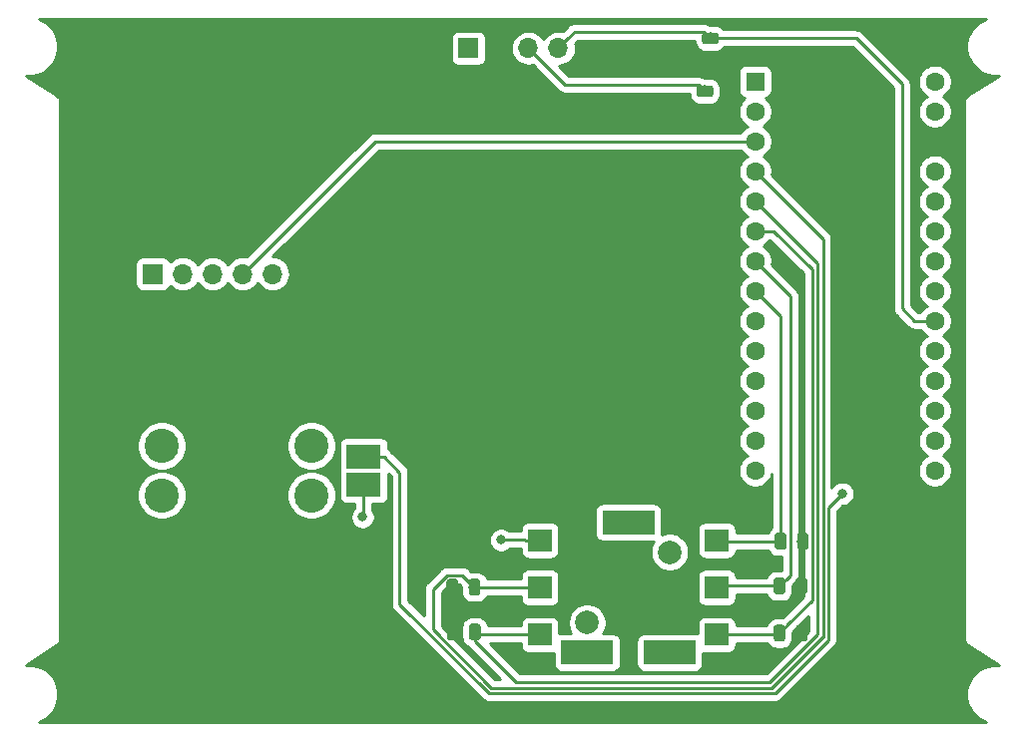
<source format=gbr>
G04 #@! TF.GenerationSoftware,KiCad,Pcbnew,(5.1.4-0)*
G04 #@! TF.CreationDate,2020-03-10T11:39:59-04:00*
G04 #@! TF.ProjectId,joystick,6a6f7973-7469-4636-9b2e-6b696361645f,rev?*
G04 #@! TF.SameCoordinates,Original*
G04 #@! TF.FileFunction,Copper,L1,Top*
G04 #@! TF.FilePolarity,Positive*
%FSLAX46Y46*%
G04 Gerber Fmt 4.6, Leading zero omitted, Abs format (unit mm)*
G04 Created by KiCad (PCBNEW (5.1.4-0)) date 2020-03-10 11:39:59*
%MOMM*%
%LPD*%
G04 APERTURE LIST*
%ADD10O,1.700000X1.700000*%
%ADD11R,1.700000X1.700000*%
%ADD12C,0.100000*%
%ADD13C,0.975000*%
%ADD14R,4.400000X2.000000*%
%ADD15C,2.000000*%
%ADD16R,2.000000X1.900000*%
%ADD17C,2.900000*%
%ADD18R,2.900000X2.000000*%
%ADD19R,1.600000X1.600000*%
%ADD20C,1.600000*%
%ADD21C,0.800000*%
%ADD22C,0.250000*%
%ADD23C,0.254000*%
G04 APERTURE END LIST*
D10*
X107200000Y-86300000D03*
X104660000Y-86300000D03*
X102120000Y-86300000D03*
X99580000Y-86300000D03*
X97040000Y-86300000D03*
D11*
X94500000Y-86300000D03*
D12*
G36*
X147930142Y-116101174D02*
G01*
X147953803Y-116104684D01*
X147977007Y-116110496D01*
X147999529Y-116118554D01*
X148021153Y-116128782D01*
X148041670Y-116141079D01*
X148060883Y-116155329D01*
X148078607Y-116171393D01*
X148094671Y-116189117D01*
X148108921Y-116208330D01*
X148121218Y-116228847D01*
X148131446Y-116250471D01*
X148139504Y-116272993D01*
X148145316Y-116296197D01*
X148148826Y-116319858D01*
X148150000Y-116343750D01*
X148150000Y-117256250D01*
X148148826Y-117280142D01*
X148145316Y-117303803D01*
X148139504Y-117327007D01*
X148131446Y-117349529D01*
X148121218Y-117371153D01*
X148108921Y-117391670D01*
X148094671Y-117410883D01*
X148078607Y-117428607D01*
X148060883Y-117444671D01*
X148041670Y-117458921D01*
X148021153Y-117471218D01*
X147999529Y-117481446D01*
X147977007Y-117489504D01*
X147953803Y-117495316D01*
X147930142Y-117498826D01*
X147906250Y-117500000D01*
X147418750Y-117500000D01*
X147394858Y-117498826D01*
X147371197Y-117495316D01*
X147347993Y-117489504D01*
X147325471Y-117481446D01*
X147303847Y-117471218D01*
X147283330Y-117458921D01*
X147264117Y-117444671D01*
X147246393Y-117428607D01*
X147230329Y-117410883D01*
X147216079Y-117391670D01*
X147203782Y-117371153D01*
X147193554Y-117349529D01*
X147185496Y-117327007D01*
X147179684Y-117303803D01*
X147176174Y-117280142D01*
X147175000Y-117256250D01*
X147175000Y-116343750D01*
X147176174Y-116319858D01*
X147179684Y-116296197D01*
X147185496Y-116272993D01*
X147193554Y-116250471D01*
X147203782Y-116228847D01*
X147216079Y-116208330D01*
X147230329Y-116189117D01*
X147246393Y-116171393D01*
X147264117Y-116155329D01*
X147283330Y-116141079D01*
X147303847Y-116128782D01*
X147325471Y-116118554D01*
X147347993Y-116110496D01*
X147371197Y-116104684D01*
X147394858Y-116101174D01*
X147418750Y-116100000D01*
X147906250Y-116100000D01*
X147930142Y-116101174D01*
X147930142Y-116101174D01*
G37*
D13*
X147662500Y-116800000D03*
D12*
G36*
X149805142Y-116101174D02*
G01*
X149828803Y-116104684D01*
X149852007Y-116110496D01*
X149874529Y-116118554D01*
X149896153Y-116128782D01*
X149916670Y-116141079D01*
X149935883Y-116155329D01*
X149953607Y-116171393D01*
X149969671Y-116189117D01*
X149983921Y-116208330D01*
X149996218Y-116228847D01*
X150006446Y-116250471D01*
X150014504Y-116272993D01*
X150020316Y-116296197D01*
X150023826Y-116319858D01*
X150025000Y-116343750D01*
X150025000Y-117256250D01*
X150023826Y-117280142D01*
X150020316Y-117303803D01*
X150014504Y-117327007D01*
X150006446Y-117349529D01*
X149996218Y-117371153D01*
X149983921Y-117391670D01*
X149969671Y-117410883D01*
X149953607Y-117428607D01*
X149935883Y-117444671D01*
X149916670Y-117458921D01*
X149896153Y-117471218D01*
X149874529Y-117481446D01*
X149852007Y-117489504D01*
X149828803Y-117495316D01*
X149805142Y-117498826D01*
X149781250Y-117500000D01*
X149293750Y-117500000D01*
X149269858Y-117498826D01*
X149246197Y-117495316D01*
X149222993Y-117489504D01*
X149200471Y-117481446D01*
X149178847Y-117471218D01*
X149158330Y-117458921D01*
X149139117Y-117444671D01*
X149121393Y-117428607D01*
X149105329Y-117410883D01*
X149091079Y-117391670D01*
X149078782Y-117371153D01*
X149068554Y-117349529D01*
X149060496Y-117327007D01*
X149054684Y-117303803D01*
X149051174Y-117280142D01*
X149050000Y-117256250D01*
X149050000Y-116343750D01*
X149051174Y-116319858D01*
X149054684Y-116296197D01*
X149060496Y-116272993D01*
X149068554Y-116250471D01*
X149078782Y-116228847D01*
X149091079Y-116208330D01*
X149105329Y-116189117D01*
X149121393Y-116171393D01*
X149139117Y-116155329D01*
X149158330Y-116141079D01*
X149178847Y-116128782D01*
X149200471Y-116118554D01*
X149222993Y-116110496D01*
X149246197Y-116104684D01*
X149269858Y-116101174D01*
X149293750Y-116100000D01*
X149781250Y-116100000D01*
X149805142Y-116101174D01*
X149805142Y-116101174D01*
G37*
D13*
X149537500Y-116800000D03*
D10*
X128900000Y-67140000D03*
X126360000Y-67140000D03*
X123820000Y-67140000D03*
D11*
X121280000Y-67140000D03*
D14*
X138350000Y-118460000D03*
X131350000Y-118460000D03*
X134850000Y-107400000D03*
D15*
X138350000Y-109930000D03*
X131350000Y-115930000D03*
D16*
X127350000Y-116930000D03*
X127350000Y-112930000D03*
X127350000Y-108930000D03*
X142350000Y-112930000D03*
X142350000Y-108930000D03*
X142350000Y-116930000D03*
D17*
X107950000Y-100900000D03*
X107950000Y-105100000D03*
X95250000Y-105100000D03*
X95250000Y-100900000D03*
D18*
X112400000Y-104200000D03*
X112400000Y-101800000D03*
X90800000Y-104200000D03*
X90800000Y-101700000D03*
D12*
G36*
X141830142Y-72188674D02*
G01*
X141853803Y-72192184D01*
X141877007Y-72197996D01*
X141899529Y-72206054D01*
X141921153Y-72216282D01*
X141941670Y-72228579D01*
X141960883Y-72242829D01*
X141978607Y-72258893D01*
X141994671Y-72276617D01*
X142008921Y-72295830D01*
X142021218Y-72316347D01*
X142031446Y-72337971D01*
X142039504Y-72360493D01*
X142045316Y-72383697D01*
X142048826Y-72407358D01*
X142050000Y-72431250D01*
X142050000Y-72918750D01*
X142048826Y-72942642D01*
X142045316Y-72966303D01*
X142039504Y-72989507D01*
X142031446Y-73012029D01*
X142021218Y-73033653D01*
X142008921Y-73054170D01*
X141994671Y-73073383D01*
X141978607Y-73091107D01*
X141960883Y-73107171D01*
X141941670Y-73121421D01*
X141921153Y-73133718D01*
X141899529Y-73143946D01*
X141877007Y-73152004D01*
X141853803Y-73157816D01*
X141830142Y-73161326D01*
X141806250Y-73162500D01*
X140893750Y-73162500D01*
X140869858Y-73161326D01*
X140846197Y-73157816D01*
X140822993Y-73152004D01*
X140800471Y-73143946D01*
X140778847Y-73133718D01*
X140758330Y-73121421D01*
X140739117Y-73107171D01*
X140721393Y-73091107D01*
X140705329Y-73073383D01*
X140691079Y-73054170D01*
X140678782Y-73033653D01*
X140668554Y-73012029D01*
X140660496Y-72989507D01*
X140654684Y-72966303D01*
X140651174Y-72942642D01*
X140650000Y-72918750D01*
X140650000Y-72431250D01*
X140651174Y-72407358D01*
X140654684Y-72383697D01*
X140660496Y-72360493D01*
X140668554Y-72337971D01*
X140678782Y-72316347D01*
X140691079Y-72295830D01*
X140705329Y-72276617D01*
X140721393Y-72258893D01*
X140739117Y-72242829D01*
X140758330Y-72228579D01*
X140778847Y-72216282D01*
X140800471Y-72206054D01*
X140822993Y-72197996D01*
X140846197Y-72192184D01*
X140869858Y-72188674D01*
X140893750Y-72187500D01*
X141806250Y-72187500D01*
X141830142Y-72188674D01*
X141830142Y-72188674D01*
G37*
D13*
X141350000Y-72675000D03*
D12*
G36*
X141830142Y-70313674D02*
G01*
X141853803Y-70317184D01*
X141877007Y-70322996D01*
X141899529Y-70331054D01*
X141921153Y-70341282D01*
X141941670Y-70353579D01*
X141960883Y-70367829D01*
X141978607Y-70383893D01*
X141994671Y-70401617D01*
X142008921Y-70420830D01*
X142021218Y-70441347D01*
X142031446Y-70462971D01*
X142039504Y-70485493D01*
X142045316Y-70508697D01*
X142048826Y-70532358D01*
X142050000Y-70556250D01*
X142050000Y-71043750D01*
X142048826Y-71067642D01*
X142045316Y-71091303D01*
X142039504Y-71114507D01*
X142031446Y-71137029D01*
X142021218Y-71158653D01*
X142008921Y-71179170D01*
X141994671Y-71198383D01*
X141978607Y-71216107D01*
X141960883Y-71232171D01*
X141941670Y-71246421D01*
X141921153Y-71258718D01*
X141899529Y-71268946D01*
X141877007Y-71277004D01*
X141853803Y-71282816D01*
X141830142Y-71286326D01*
X141806250Y-71287500D01*
X140893750Y-71287500D01*
X140869858Y-71286326D01*
X140846197Y-71282816D01*
X140822993Y-71277004D01*
X140800471Y-71268946D01*
X140778847Y-71258718D01*
X140758330Y-71246421D01*
X140739117Y-71232171D01*
X140721393Y-71216107D01*
X140705329Y-71198383D01*
X140691079Y-71179170D01*
X140678782Y-71158653D01*
X140668554Y-71137029D01*
X140660496Y-71114507D01*
X140654684Y-71091303D01*
X140651174Y-71067642D01*
X140650000Y-71043750D01*
X140650000Y-70556250D01*
X140651174Y-70532358D01*
X140654684Y-70508697D01*
X140660496Y-70485493D01*
X140668554Y-70462971D01*
X140678782Y-70441347D01*
X140691079Y-70420830D01*
X140705329Y-70401617D01*
X140721393Y-70383893D01*
X140739117Y-70367829D01*
X140758330Y-70353579D01*
X140778847Y-70341282D01*
X140800471Y-70331054D01*
X140822993Y-70322996D01*
X140846197Y-70317184D01*
X140869858Y-70313674D01*
X140893750Y-70312500D01*
X141806250Y-70312500D01*
X141830142Y-70313674D01*
X141830142Y-70313674D01*
G37*
D13*
X141350000Y-70800000D03*
D12*
G36*
X142280142Y-65826174D02*
G01*
X142303803Y-65829684D01*
X142327007Y-65835496D01*
X142349529Y-65843554D01*
X142371153Y-65853782D01*
X142391670Y-65866079D01*
X142410883Y-65880329D01*
X142428607Y-65896393D01*
X142444671Y-65914117D01*
X142458921Y-65933330D01*
X142471218Y-65953847D01*
X142481446Y-65975471D01*
X142489504Y-65997993D01*
X142495316Y-66021197D01*
X142498826Y-66044858D01*
X142500000Y-66068750D01*
X142500000Y-66556250D01*
X142498826Y-66580142D01*
X142495316Y-66603803D01*
X142489504Y-66627007D01*
X142481446Y-66649529D01*
X142471218Y-66671153D01*
X142458921Y-66691670D01*
X142444671Y-66710883D01*
X142428607Y-66728607D01*
X142410883Y-66744671D01*
X142391670Y-66758921D01*
X142371153Y-66771218D01*
X142349529Y-66781446D01*
X142327007Y-66789504D01*
X142303803Y-66795316D01*
X142280142Y-66798826D01*
X142256250Y-66800000D01*
X141343750Y-66800000D01*
X141319858Y-66798826D01*
X141296197Y-66795316D01*
X141272993Y-66789504D01*
X141250471Y-66781446D01*
X141228847Y-66771218D01*
X141208330Y-66758921D01*
X141189117Y-66744671D01*
X141171393Y-66728607D01*
X141155329Y-66710883D01*
X141141079Y-66691670D01*
X141128782Y-66671153D01*
X141118554Y-66649529D01*
X141110496Y-66627007D01*
X141104684Y-66603803D01*
X141101174Y-66580142D01*
X141100000Y-66556250D01*
X141100000Y-66068750D01*
X141101174Y-66044858D01*
X141104684Y-66021197D01*
X141110496Y-65997993D01*
X141118554Y-65975471D01*
X141128782Y-65953847D01*
X141141079Y-65933330D01*
X141155329Y-65914117D01*
X141171393Y-65896393D01*
X141189117Y-65880329D01*
X141208330Y-65866079D01*
X141228847Y-65853782D01*
X141250471Y-65843554D01*
X141272993Y-65835496D01*
X141296197Y-65829684D01*
X141319858Y-65826174D01*
X141343750Y-65825000D01*
X142256250Y-65825000D01*
X142280142Y-65826174D01*
X142280142Y-65826174D01*
G37*
D13*
X141800000Y-66312500D03*
D12*
G36*
X142280142Y-67701174D02*
G01*
X142303803Y-67704684D01*
X142327007Y-67710496D01*
X142349529Y-67718554D01*
X142371153Y-67728782D01*
X142391670Y-67741079D01*
X142410883Y-67755329D01*
X142428607Y-67771393D01*
X142444671Y-67789117D01*
X142458921Y-67808330D01*
X142471218Y-67828847D01*
X142481446Y-67850471D01*
X142489504Y-67872993D01*
X142495316Y-67896197D01*
X142498826Y-67919858D01*
X142500000Y-67943750D01*
X142500000Y-68431250D01*
X142498826Y-68455142D01*
X142495316Y-68478803D01*
X142489504Y-68502007D01*
X142481446Y-68524529D01*
X142471218Y-68546153D01*
X142458921Y-68566670D01*
X142444671Y-68585883D01*
X142428607Y-68603607D01*
X142410883Y-68619671D01*
X142391670Y-68633921D01*
X142371153Y-68646218D01*
X142349529Y-68656446D01*
X142327007Y-68664504D01*
X142303803Y-68670316D01*
X142280142Y-68673826D01*
X142256250Y-68675000D01*
X141343750Y-68675000D01*
X141319858Y-68673826D01*
X141296197Y-68670316D01*
X141272993Y-68664504D01*
X141250471Y-68656446D01*
X141228847Y-68646218D01*
X141208330Y-68633921D01*
X141189117Y-68619671D01*
X141171393Y-68603607D01*
X141155329Y-68585883D01*
X141141079Y-68566670D01*
X141128782Y-68546153D01*
X141118554Y-68524529D01*
X141110496Y-68502007D01*
X141104684Y-68478803D01*
X141101174Y-68455142D01*
X141100000Y-68431250D01*
X141100000Y-67943750D01*
X141101174Y-67919858D01*
X141104684Y-67896197D01*
X141110496Y-67872993D01*
X141118554Y-67850471D01*
X141128782Y-67828847D01*
X141141079Y-67808330D01*
X141155329Y-67789117D01*
X141171393Y-67771393D01*
X141189117Y-67755329D01*
X141208330Y-67741079D01*
X141228847Y-67728782D01*
X141250471Y-67718554D01*
X141272993Y-67710496D01*
X141296197Y-67704684D01*
X141319858Y-67701174D01*
X141343750Y-67700000D01*
X142256250Y-67700000D01*
X142280142Y-67701174D01*
X142280142Y-67701174D01*
G37*
D13*
X141800000Y-68187500D03*
D12*
G36*
X147930142Y-112101174D02*
G01*
X147953803Y-112104684D01*
X147977007Y-112110496D01*
X147999529Y-112118554D01*
X148021153Y-112128782D01*
X148041670Y-112141079D01*
X148060883Y-112155329D01*
X148078607Y-112171393D01*
X148094671Y-112189117D01*
X148108921Y-112208330D01*
X148121218Y-112228847D01*
X148131446Y-112250471D01*
X148139504Y-112272993D01*
X148145316Y-112296197D01*
X148148826Y-112319858D01*
X148150000Y-112343750D01*
X148150000Y-113256250D01*
X148148826Y-113280142D01*
X148145316Y-113303803D01*
X148139504Y-113327007D01*
X148131446Y-113349529D01*
X148121218Y-113371153D01*
X148108921Y-113391670D01*
X148094671Y-113410883D01*
X148078607Y-113428607D01*
X148060883Y-113444671D01*
X148041670Y-113458921D01*
X148021153Y-113471218D01*
X147999529Y-113481446D01*
X147977007Y-113489504D01*
X147953803Y-113495316D01*
X147930142Y-113498826D01*
X147906250Y-113500000D01*
X147418750Y-113500000D01*
X147394858Y-113498826D01*
X147371197Y-113495316D01*
X147347993Y-113489504D01*
X147325471Y-113481446D01*
X147303847Y-113471218D01*
X147283330Y-113458921D01*
X147264117Y-113444671D01*
X147246393Y-113428607D01*
X147230329Y-113410883D01*
X147216079Y-113391670D01*
X147203782Y-113371153D01*
X147193554Y-113349529D01*
X147185496Y-113327007D01*
X147179684Y-113303803D01*
X147176174Y-113280142D01*
X147175000Y-113256250D01*
X147175000Y-112343750D01*
X147176174Y-112319858D01*
X147179684Y-112296197D01*
X147185496Y-112272993D01*
X147193554Y-112250471D01*
X147203782Y-112228847D01*
X147216079Y-112208330D01*
X147230329Y-112189117D01*
X147246393Y-112171393D01*
X147264117Y-112155329D01*
X147283330Y-112141079D01*
X147303847Y-112128782D01*
X147325471Y-112118554D01*
X147347993Y-112110496D01*
X147371197Y-112104684D01*
X147394858Y-112101174D01*
X147418750Y-112100000D01*
X147906250Y-112100000D01*
X147930142Y-112101174D01*
X147930142Y-112101174D01*
G37*
D13*
X147662500Y-112800000D03*
D12*
G36*
X149805142Y-112101174D02*
G01*
X149828803Y-112104684D01*
X149852007Y-112110496D01*
X149874529Y-112118554D01*
X149896153Y-112128782D01*
X149916670Y-112141079D01*
X149935883Y-112155329D01*
X149953607Y-112171393D01*
X149969671Y-112189117D01*
X149983921Y-112208330D01*
X149996218Y-112228847D01*
X150006446Y-112250471D01*
X150014504Y-112272993D01*
X150020316Y-112296197D01*
X150023826Y-112319858D01*
X150025000Y-112343750D01*
X150025000Y-113256250D01*
X150023826Y-113280142D01*
X150020316Y-113303803D01*
X150014504Y-113327007D01*
X150006446Y-113349529D01*
X149996218Y-113371153D01*
X149983921Y-113391670D01*
X149969671Y-113410883D01*
X149953607Y-113428607D01*
X149935883Y-113444671D01*
X149916670Y-113458921D01*
X149896153Y-113471218D01*
X149874529Y-113481446D01*
X149852007Y-113489504D01*
X149828803Y-113495316D01*
X149805142Y-113498826D01*
X149781250Y-113500000D01*
X149293750Y-113500000D01*
X149269858Y-113498826D01*
X149246197Y-113495316D01*
X149222993Y-113489504D01*
X149200471Y-113481446D01*
X149178847Y-113471218D01*
X149158330Y-113458921D01*
X149139117Y-113444671D01*
X149121393Y-113428607D01*
X149105329Y-113410883D01*
X149091079Y-113391670D01*
X149078782Y-113371153D01*
X149068554Y-113349529D01*
X149060496Y-113327007D01*
X149054684Y-113303803D01*
X149051174Y-113280142D01*
X149050000Y-113256250D01*
X149050000Y-112343750D01*
X149051174Y-112319858D01*
X149054684Y-112296197D01*
X149060496Y-112272993D01*
X149068554Y-112250471D01*
X149078782Y-112228847D01*
X149091079Y-112208330D01*
X149105329Y-112189117D01*
X149121393Y-112171393D01*
X149139117Y-112155329D01*
X149158330Y-112141079D01*
X149178847Y-112128782D01*
X149200471Y-112118554D01*
X149222993Y-112110496D01*
X149246197Y-112104684D01*
X149269858Y-112101174D01*
X149293750Y-112100000D01*
X149781250Y-112100000D01*
X149805142Y-112101174D01*
X149805142Y-112101174D01*
G37*
D13*
X149537500Y-112800000D03*
D12*
G36*
X148030142Y-108301174D02*
G01*
X148053803Y-108304684D01*
X148077007Y-108310496D01*
X148099529Y-108318554D01*
X148121153Y-108328782D01*
X148141670Y-108341079D01*
X148160883Y-108355329D01*
X148178607Y-108371393D01*
X148194671Y-108389117D01*
X148208921Y-108408330D01*
X148221218Y-108428847D01*
X148231446Y-108450471D01*
X148239504Y-108472993D01*
X148245316Y-108496197D01*
X148248826Y-108519858D01*
X148250000Y-108543750D01*
X148250000Y-109456250D01*
X148248826Y-109480142D01*
X148245316Y-109503803D01*
X148239504Y-109527007D01*
X148231446Y-109549529D01*
X148221218Y-109571153D01*
X148208921Y-109591670D01*
X148194671Y-109610883D01*
X148178607Y-109628607D01*
X148160883Y-109644671D01*
X148141670Y-109658921D01*
X148121153Y-109671218D01*
X148099529Y-109681446D01*
X148077007Y-109689504D01*
X148053803Y-109695316D01*
X148030142Y-109698826D01*
X148006250Y-109700000D01*
X147518750Y-109700000D01*
X147494858Y-109698826D01*
X147471197Y-109695316D01*
X147447993Y-109689504D01*
X147425471Y-109681446D01*
X147403847Y-109671218D01*
X147383330Y-109658921D01*
X147364117Y-109644671D01*
X147346393Y-109628607D01*
X147330329Y-109610883D01*
X147316079Y-109591670D01*
X147303782Y-109571153D01*
X147293554Y-109549529D01*
X147285496Y-109527007D01*
X147279684Y-109503803D01*
X147276174Y-109480142D01*
X147275000Y-109456250D01*
X147275000Y-108543750D01*
X147276174Y-108519858D01*
X147279684Y-108496197D01*
X147285496Y-108472993D01*
X147293554Y-108450471D01*
X147303782Y-108428847D01*
X147316079Y-108408330D01*
X147330329Y-108389117D01*
X147346393Y-108371393D01*
X147364117Y-108355329D01*
X147383330Y-108341079D01*
X147403847Y-108328782D01*
X147425471Y-108318554D01*
X147447993Y-108310496D01*
X147471197Y-108304684D01*
X147494858Y-108301174D01*
X147518750Y-108300000D01*
X148006250Y-108300000D01*
X148030142Y-108301174D01*
X148030142Y-108301174D01*
G37*
D13*
X147762500Y-109000000D03*
D12*
G36*
X149905142Y-108301174D02*
G01*
X149928803Y-108304684D01*
X149952007Y-108310496D01*
X149974529Y-108318554D01*
X149996153Y-108328782D01*
X150016670Y-108341079D01*
X150035883Y-108355329D01*
X150053607Y-108371393D01*
X150069671Y-108389117D01*
X150083921Y-108408330D01*
X150096218Y-108428847D01*
X150106446Y-108450471D01*
X150114504Y-108472993D01*
X150120316Y-108496197D01*
X150123826Y-108519858D01*
X150125000Y-108543750D01*
X150125000Y-109456250D01*
X150123826Y-109480142D01*
X150120316Y-109503803D01*
X150114504Y-109527007D01*
X150106446Y-109549529D01*
X150096218Y-109571153D01*
X150083921Y-109591670D01*
X150069671Y-109610883D01*
X150053607Y-109628607D01*
X150035883Y-109644671D01*
X150016670Y-109658921D01*
X149996153Y-109671218D01*
X149974529Y-109681446D01*
X149952007Y-109689504D01*
X149928803Y-109695316D01*
X149905142Y-109698826D01*
X149881250Y-109700000D01*
X149393750Y-109700000D01*
X149369858Y-109698826D01*
X149346197Y-109695316D01*
X149322993Y-109689504D01*
X149300471Y-109681446D01*
X149278847Y-109671218D01*
X149258330Y-109658921D01*
X149239117Y-109644671D01*
X149221393Y-109628607D01*
X149205329Y-109610883D01*
X149191079Y-109591670D01*
X149178782Y-109571153D01*
X149168554Y-109549529D01*
X149160496Y-109527007D01*
X149154684Y-109503803D01*
X149151174Y-109480142D01*
X149150000Y-109456250D01*
X149150000Y-108543750D01*
X149151174Y-108519858D01*
X149154684Y-108496197D01*
X149160496Y-108472993D01*
X149168554Y-108450471D01*
X149178782Y-108428847D01*
X149191079Y-108408330D01*
X149205329Y-108389117D01*
X149221393Y-108371393D01*
X149239117Y-108355329D01*
X149258330Y-108341079D01*
X149278847Y-108328782D01*
X149300471Y-108318554D01*
X149322993Y-108310496D01*
X149346197Y-108304684D01*
X149369858Y-108301174D01*
X149393750Y-108300000D01*
X149881250Y-108300000D01*
X149905142Y-108301174D01*
X149905142Y-108301174D01*
G37*
D13*
X149637500Y-109000000D03*
D12*
G36*
X122092642Y-116001174D02*
G01*
X122116303Y-116004684D01*
X122139507Y-116010496D01*
X122162029Y-116018554D01*
X122183653Y-116028782D01*
X122204170Y-116041079D01*
X122223383Y-116055329D01*
X122241107Y-116071393D01*
X122257171Y-116089117D01*
X122271421Y-116108330D01*
X122283718Y-116128847D01*
X122293946Y-116150471D01*
X122302004Y-116172993D01*
X122307816Y-116196197D01*
X122311326Y-116219858D01*
X122312500Y-116243750D01*
X122312500Y-117156250D01*
X122311326Y-117180142D01*
X122307816Y-117203803D01*
X122302004Y-117227007D01*
X122293946Y-117249529D01*
X122283718Y-117271153D01*
X122271421Y-117291670D01*
X122257171Y-117310883D01*
X122241107Y-117328607D01*
X122223383Y-117344671D01*
X122204170Y-117358921D01*
X122183653Y-117371218D01*
X122162029Y-117381446D01*
X122139507Y-117389504D01*
X122116303Y-117395316D01*
X122092642Y-117398826D01*
X122068750Y-117400000D01*
X121581250Y-117400000D01*
X121557358Y-117398826D01*
X121533697Y-117395316D01*
X121510493Y-117389504D01*
X121487971Y-117381446D01*
X121466347Y-117371218D01*
X121445830Y-117358921D01*
X121426617Y-117344671D01*
X121408893Y-117328607D01*
X121392829Y-117310883D01*
X121378579Y-117291670D01*
X121366282Y-117271153D01*
X121356054Y-117249529D01*
X121347996Y-117227007D01*
X121342184Y-117203803D01*
X121338674Y-117180142D01*
X121337500Y-117156250D01*
X121337500Y-116243750D01*
X121338674Y-116219858D01*
X121342184Y-116196197D01*
X121347996Y-116172993D01*
X121356054Y-116150471D01*
X121366282Y-116128847D01*
X121378579Y-116108330D01*
X121392829Y-116089117D01*
X121408893Y-116071393D01*
X121426617Y-116055329D01*
X121445830Y-116041079D01*
X121466347Y-116028782D01*
X121487971Y-116018554D01*
X121510493Y-116010496D01*
X121533697Y-116004684D01*
X121557358Y-116001174D01*
X121581250Y-116000000D01*
X122068750Y-116000000D01*
X122092642Y-116001174D01*
X122092642Y-116001174D01*
G37*
D13*
X121825000Y-116700000D03*
D12*
G36*
X120217642Y-116001174D02*
G01*
X120241303Y-116004684D01*
X120264507Y-116010496D01*
X120287029Y-116018554D01*
X120308653Y-116028782D01*
X120329170Y-116041079D01*
X120348383Y-116055329D01*
X120366107Y-116071393D01*
X120382171Y-116089117D01*
X120396421Y-116108330D01*
X120408718Y-116128847D01*
X120418946Y-116150471D01*
X120427004Y-116172993D01*
X120432816Y-116196197D01*
X120436326Y-116219858D01*
X120437500Y-116243750D01*
X120437500Y-117156250D01*
X120436326Y-117180142D01*
X120432816Y-117203803D01*
X120427004Y-117227007D01*
X120418946Y-117249529D01*
X120408718Y-117271153D01*
X120396421Y-117291670D01*
X120382171Y-117310883D01*
X120366107Y-117328607D01*
X120348383Y-117344671D01*
X120329170Y-117358921D01*
X120308653Y-117371218D01*
X120287029Y-117381446D01*
X120264507Y-117389504D01*
X120241303Y-117395316D01*
X120217642Y-117398826D01*
X120193750Y-117400000D01*
X119706250Y-117400000D01*
X119682358Y-117398826D01*
X119658697Y-117395316D01*
X119635493Y-117389504D01*
X119612971Y-117381446D01*
X119591347Y-117371218D01*
X119570830Y-117358921D01*
X119551617Y-117344671D01*
X119533893Y-117328607D01*
X119517829Y-117310883D01*
X119503579Y-117291670D01*
X119491282Y-117271153D01*
X119481054Y-117249529D01*
X119472996Y-117227007D01*
X119467184Y-117203803D01*
X119463674Y-117180142D01*
X119462500Y-117156250D01*
X119462500Y-116243750D01*
X119463674Y-116219858D01*
X119467184Y-116196197D01*
X119472996Y-116172993D01*
X119481054Y-116150471D01*
X119491282Y-116128847D01*
X119503579Y-116108330D01*
X119517829Y-116089117D01*
X119533893Y-116071393D01*
X119551617Y-116055329D01*
X119570830Y-116041079D01*
X119591347Y-116028782D01*
X119612971Y-116018554D01*
X119635493Y-116010496D01*
X119658697Y-116004684D01*
X119682358Y-116001174D01*
X119706250Y-116000000D01*
X120193750Y-116000000D01*
X120217642Y-116001174D01*
X120217642Y-116001174D01*
G37*
D13*
X119950000Y-116700000D03*
D12*
G36*
X122055142Y-112201174D02*
G01*
X122078803Y-112204684D01*
X122102007Y-112210496D01*
X122124529Y-112218554D01*
X122146153Y-112228782D01*
X122166670Y-112241079D01*
X122185883Y-112255329D01*
X122203607Y-112271393D01*
X122219671Y-112289117D01*
X122233921Y-112308330D01*
X122246218Y-112328847D01*
X122256446Y-112350471D01*
X122264504Y-112372993D01*
X122270316Y-112396197D01*
X122273826Y-112419858D01*
X122275000Y-112443750D01*
X122275000Y-113356250D01*
X122273826Y-113380142D01*
X122270316Y-113403803D01*
X122264504Y-113427007D01*
X122256446Y-113449529D01*
X122246218Y-113471153D01*
X122233921Y-113491670D01*
X122219671Y-113510883D01*
X122203607Y-113528607D01*
X122185883Y-113544671D01*
X122166670Y-113558921D01*
X122146153Y-113571218D01*
X122124529Y-113581446D01*
X122102007Y-113589504D01*
X122078803Y-113595316D01*
X122055142Y-113598826D01*
X122031250Y-113600000D01*
X121543750Y-113600000D01*
X121519858Y-113598826D01*
X121496197Y-113595316D01*
X121472993Y-113589504D01*
X121450471Y-113581446D01*
X121428847Y-113571218D01*
X121408330Y-113558921D01*
X121389117Y-113544671D01*
X121371393Y-113528607D01*
X121355329Y-113510883D01*
X121341079Y-113491670D01*
X121328782Y-113471153D01*
X121318554Y-113449529D01*
X121310496Y-113427007D01*
X121304684Y-113403803D01*
X121301174Y-113380142D01*
X121300000Y-113356250D01*
X121300000Y-112443750D01*
X121301174Y-112419858D01*
X121304684Y-112396197D01*
X121310496Y-112372993D01*
X121318554Y-112350471D01*
X121328782Y-112328847D01*
X121341079Y-112308330D01*
X121355329Y-112289117D01*
X121371393Y-112271393D01*
X121389117Y-112255329D01*
X121408330Y-112241079D01*
X121428847Y-112228782D01*
X121450471Y-112218554D01*
X121472993Y-112210496D01*
X121496197Y-112204684D01*
X121519858Y-112201174D01*
X121543750Y-112200000D01*
X122031250Y-112200000D01*
X122055142Y-112201174D01*
X122055142Y-112201174D01*
G37*
D13*
X121787500Y-112900000D03*
D12*
G36*
X120180142Y-112201174D02*
G01*
X120203803Y-112204684D01*
X120227007Y-112210496D01*
X120249529Y-112218554D01*
X120271153Y-112228782D01*
X120291670Y-112241079D01*
X120310883Y-112255329D01*
X120328607Y-112271393D01*
X120344671Y-112289117D01*
X120358921Y-112308330D01*
X120371218Y-112328847D01*
X120381446Y-112350471D01*
X120389504Y-112372993D01*
X120395316Y-112396197D01*
X120398826Y-112419858D01*
X120400000Y-112443750D01*
X120400000Y-113356250D01*
X120398826Y-113380142D01*
X120395316Y-113403803D01*
X120389504Y-113427007D01*
X120381446Y-113449529D01*
X120371218Y-113471153D01*
X120358921Y-113491670D01*
X120344671Y-113510883D01*
X120328607Y-113528607D01*
X120310883Y-113544671D01*
X120291670Y-113558921D01*
X120271153Y-113571218D01*
X120249529Y-113581446D01*
X120227007Y-113589504D01*
X120203803Y-113595316D01*
X120180142Y-113598826D01*
X120156250Y-113600000D01*
X119668750Y-113600000D01*
X119644858Y-113598826D01*
X119621197Y-113595316D01*
X119597993Y-113589504D01*
X119575471Y-113581446D01*
X119553847Y-113571218D01*
X119533330Y-113558921D01*
X119514117Y-113544671D01*
X119496393Y-113528607D01*
X119480329Y-113510883D01*
X119466079Y-113491670D01*
X119453782Y-113471153D01*
X119443554Y-113449529D01*
X119435496Y-113427007D01*
X119429684Y-113403803D01*
X119426174Y-113380142D01*
X119425000Y-113356250D01*
X119425000Y-112443750D01*
X119426174Y-112419858D01*
X119429684Y-112396197D01*
X119435496Y-112372993D01*
X119443554Y-112350471D01*
X119453782Y-112328847D01*
X119466079Y-112308330D01*
X119480329Y-112289117D01*
X119496393Y-112271393D01*
X119514117Y-112255329D01*
X119533330Y-112241079D01*
X119553847Y-112228782D01*
X119575471Y-112218554D01*
X119597993Y-112210496D01*
X119621197Y-112204684D01*
X119644858Y-112201174D01*
X119668750Y-112200000D01*
X120156250Y-112200000D01*
X120180142Y-112201174D01*
X120180142Y-112201174D01*
G37*
D13*
X119912500Y-112900000D03*
D19*
X145600000Y-69970000D03*
D20*
X145600000Y-72510000D03*
X145600000Y-75050000D03*
X145600000Y-77590000D03*
X145600000Y-80130000D03*
X145600000Y-82670000D03*
X145600000Y-85210000D03*
X145600000Y-87750000D03*
X145600000Y-90290000D03*
X145600000Y-92830000D03*
X145600000Y-95370000D03*
X145600000Y-97910000D03*
X145600000Y-100450000D03*
X160840000Y-69970000D03*
X160840000Y-72510000D03*
X160840000Y-75050000D03*
X160840000Y-77590000D03*
X160840000Y-80130000D03*
X160840000Y-82670000D03*
X160840000Y-85210000D03*
X160840000Y-87750000D03*
X160840000Y-90290000D03*
X160840000Y-92830000D03*
X160840000Y-95370000D03*
X160840000Y-97910000D03*
X160840000Y-100450000D03*
X145600000Y-102990000D03*
X160840000Y-102990000D03*
D21*
X112300000Y-106950000D03*
X124050000Y-108900000D03*
X153000000Y-104950000D03*
D22*
X112400000Y-104200000D02*
X112400000Y-106850000D01*
X112400000Y-106850000D02*
X112300000Y-106950000D01*
X112300000Y-106950000D02*
X112200000Y-107050000D01*
X126100000Y-108930000D02*
X126070000Y-108900000D01*
X127350000Y-108930000D02*
X126100000Y-108930000D01*
X126070000Y-108900000D02*
X124050000Y-108900000D01*
X124050000Y-108900000D02*
X124050000Y-108900000D01*
X90800000Y-104200000D02*
X90800000Y-101700000D01*
X129463763Y-70243763D02*
X127209999Y-67989999D01*
X127209999Y-67989999D02*
X126360000Y-67140000D01*
X140793763Y-70243763D02*
X129463763Y-70243763D01*
X141350000Y-70800000D02*
X140793763Y-70243763D01*
X154162500Y-66312500D02*
X141800000Y-66312500D01*
X158050000Y-70200000D02*
X154162500Y-66312500D01*
X158050000Y-89250000D02*
X158050000Y-70200000D01*
X159090000Y-90290000D02*
X158050000Y-89250000D01*
X160840000Y-90290000D02*
X159090000Y-90290000D01*
X130283737Y-65756263D02*
X129749999Y-66290001D01*
X141243763Y-65756263D02*
X130283737Y-65756263D01*
X129749999Y-66290001D02*
X128900000Y-67140000D01*
X141800000Y-66312500D02*
X141243763Y-65756263D01*
X147286447Y-121900022D02*
X151800040Y-117386430D01*
X114100000Y-101800000D02*
X115450000Y-103150000D01*
X123009262Y-121900022D02*
X147286447Y-121900022D01*
X115450000Y-103150000D02*
X115450000Y-114340760D01*
X115450000Y-114340760D02*
X123009262Y-121900022D01*
X112400000Y-101800000D02*
X114100000Y-101800000D01*
X151800040Y-106149960D02*
X151800040Y-106299960D01*
X153000000Y-104950000D02*
X151800040Y-106149960D01*
X151800040Y-117386430D02*
X151800040Y-106299960D01*
X121817500Y-112930000D02*
X121787500Y-112900000D01*
X127350000Y-112930000D02*
X121817500Y-112930000D01*
X119433160Y-111874990D02*
X120762490Y-111874990D01*
X118250000Y-113058150D02*
X119433160Y-111874990D01*
X118250000Y-116504350D02*
X118250000Y-113058150D01*
X123195660Y-121450010D02*
X118250000Y-116504350D01*
X151278230Y-117200030D02*
X147028250Y-121450010D01*
X120762490Y-111874990D02*
X121787500Y-112900000D01*
X147028250Y-121450010D02*
X123195660Y-121450010D01*
X151350030Y-117200030D02*
X151278230Y-117200030D01*
X151350030Y-83340030D02*
X151350030Y-84699970D01*
X145600000Y-77590000D02*
X151350030Y-83340030D01*
X151350030Y-84699970D02*
X151350030Y-117200030D01*
X122055000Y-116930000D02*
X121825000Y-116700000D01*
X127350000Y-116930000D02*
X122055000Y-116930000D01*
X146841850Y-121000000D02*
X150900020Y-116941830D01*
X125325000Y-121000000D02*
X146841850Y-121000000D01*
X121825000Y-117500000D02*
X125325000Y-121000000D01*
X121825000Y-116700000D02*
X121825000Y-117500000D01*
X150900020Y-85430020D02*
X150900020Y-85600020D01*
X145600000Y-80130000D02*
X150900020Y-85430020D01*
X150900020Y-116941830D02*
X150900020Y-85600020D01*
X142420000Y-109000000D02*
X142350000Y-108930000D01*
X147762500Y-109000000D02*
X142420000Y-109000000D01*
X147762500Y-89912500D02*
X147762500Y-90562500D01*
X145600000Y-87750000D02*
X147762500Y-89912500D01*
X147762500Y-90562500D02*
X147762500Y-109000000D01*
X147662500Y-112800000D02*
X143250000Y-112800000D01*
X148575010Y-111887490D02*
X148218737Y-112243763D01*
X148218737Y-112243763D02*
X147662500Y-112800000D01*
X145600000Y-85210000D02*
X148575010Y-88185010D01*
X148575010Y-88725010D02*
X148575010Y-111887490D01*
X148575010Y-88185010D02*
X148575010Y-88725010D01*
X147532500Y-116930000D02*
X147662500Y-116800000D01*
X142350000Y-116930000D02*
X147532500Y-116930000D01*
X147662500Y-116800000D02*
X148456250Y-116006250D01*
X150450010Y-114012490D02*
X148456250Y-116006250D01*
X147170000Y-82670000D02*
X150450010Y-85950010D01*
X145600000Y-82670000D02*
X147170000Y-82670000D01*
X150450010Y-85950010D02*
X150450010Y-114012490D01*
X113370000Y-75050000D02*
X145600000Y-75050000D01*
X102120000Y-86300000D02*
X113370000Y-75050000D01*
D23*
G36*
X164822911Y-64797821D02*
G01*
X164415905Y-65069774D01*
X164069774Y-65415905D01*
X163797821Y-65822911D01*
X163610497Y-66275152D01*
X163515000Y-66755249D01*
X163515000Y-67244751D01*
X163610497Y-67724848D01*
X163797821Y-68177089D01*
X164069774Y-68584095D01*
X164415905Y-68930226D01*
X164822911Y-69202179D01*
X165275152Y-69389503D01*
X165755249Y-69485000D01*
X166244751Y-69485000D01*
X166260092Y-69481949D01*
X163678280Y-71134951D01*
X163642539Y-71154055D01*
X163595548Y-71192620D01*
X163547847Y-71230230D01*
X163543461Y-71235367D01*
X163538234Y-71239656D01*
X163499665Y-71286652D01*
X163460223Y-71332841D01*
X163456923Y-71338735D01*
X163452634Y-71343961D01*
X163423977Y-71397574D01*
X163394301Y-71450574D01*
X163392214Y-71456998D01*
X163389027Y-71462961D01*
X163371387Y-71521111D01*
X163352613Y-71578906D01*
X163351819Y-71585619D01*
X163349858Y-71592084D01*
X163343899Y-71652584D01*
X163336765Y-71712905D01*
X163339946Y-71753287D01*
X163339947Y-117246575D01*
X163336765Y-117286970D01*
X163343905Y-117347337D01*
X163349859Y-117407792D01*
X163351819Y-117414252D01*
X163352613Y-117420969D01*
X163371398Y-117478796D01*
X163389028Y-117536915D01*
X163392213Y-117542874D01*
X163394301Y-117549301D01*
X163423987Y-117602319D01*
X163452635Y-117655915D01*
X163456922Y-117661139D01*
X163460223Y-117667034D01*
X163499670Y-117713228D01*
X163538235Y-117760220D01*
X163543461Y-117764509D01*
X163547847Y-117769645D01*
X163595559Y-117807265D01*
X163642540Y-117845820D01*
X163678274Y-117864921D01*
X166260375Y-119518108D01*
X166244751Y-119515000D01*
X165755249Y-119515000D01*
X165275152Y-119610497D01*
X164822911Y-119797821D01*
X164415905Y-120069774D01*
X164069774Y-120415905D01*
X163797821Y-120822911D01*
X163610497Y-121275152D01*
X163515000Y-121755249D01*
X163515000Y-122244751D01*
X163610497Y-122724848D01*
X163797821Y-123177089D01*
X164069774Y-123584095D01*
X164415905Y-123930226D01*
X164822911Y-124202179D01*
X165155392Y-124339897D01*
X164033573Y-124339897D01*
X163999926Y-124336583D01*
X163999644Y-124336611D01*
X163999376Y-124336584D01*
X163965373Y-124339897D01*
X84844608Y-124339897D01*
X85177089Y-124202179D01*
X85584095Y-123930226D01*
X85930226Y-123584095D01*
X86202179Y-123177089D01*
X86389503Y-122724848D01*
X86485000Y-122244751D01*
X86485000Y-121755249D01*
X86389503Y-121275152D01*
X86202179Y-120822911D01*
X85930226Y-120415905D01*
X85584095Y-120069774D01*
X85177089Y-119797821D01*
X84724848Y-119610497D01*
X84244751Y-119515000D01*
X83755249Y-119515000D01*
X83739268Y-119518179D01*
X86321616Y-117864835D01*
X86357341Y-117845739D01*
X86404290Y-117807209D01*
X86452034Y-117769565D01*
X86456423Y-117764425D01*
X86461646Y-117760139D01*
X86500201Y-117713159D01*
X86539658Y-117666954D01*
X86542958Y-117661060D01*
X86547247Y-117655834D01*
X86575904Y-117602221D01*
X86605580Y-117549221D01*
X86607667Y-117542797D01*
X86610854Y-117536834D01*
X86628494Y-117478684D01*
X86647268Y-117420889D01*
X86648062Y-117414175D01*
X86650023Y-117407711D01*
X86655979Y-117347239D01*
X86663117Y-117286890D01*
X86659935Y-117246498D01*
X86659935Y-104894645D01*
X93165000Y-104894645D01*
X93165000Y-105305355D01*
X93245126Y-105708172D01*
X93402297Y-106087618D01*
X93630475Y-106429110D01*
X93920890Y-106719525D01*
X94262382Y-106947703D01*
X94641828Y-107104874D01*
X95044645Y-107185000D01*
X95455355Y-107185000D01*
X95858172Y-107104874D01*
X96237618Y-106947703D01*
X96579110Y-106719525D01*
X96869525Y-106429110D01*
X97097703Y-106087618D01*
X97254874Y-105708172D01*
X97335000Y-105305355D01*
X97335000Y-104894645D01*
X105865000Y-104894645D01*
X105865000Y-105305355D01*
X105945126Y-105708172D01*
X106102297Y-106087618D01*
X106330475Y-106429110D01*
X106620890Y-106719525D01*
X106962382Y-106947703D01*
X107341828Y-107104874D01*
X107744645Y-107185000D01*
X108155355Y-107185000D01*
X108558172Y-107104874D01*
X108937618Y-106947703D01*
X109279110Y-106719525D01*
X109569525Y-106429110D01*
X109797703Y-106087618D01*
X109954874Y-105708172D01*
X110035000Y-105305355D01*
X110035000Y-104894645D01*
X109954874Y-104491828D01*
X109797703Y-104112382D01*
X109569525Y-103770890D01*
X109279110Y-103480475D01*
X108937618Y-103252297D01*
X108558172Y-103095126D01*
X108155355Y-103015000D01*
X107744645Y-103015000D01*
X107341828Y-103095126D01*
X106962382Y-103252297D01*
X106620890Y-103480475D01*
X106330475Y-103770890D01*
X106102297Y-104112382D01*
X105945126Y-104491828D01*
X105865000Y-104894645D01*
X97335000Y-104894645D01*
X97254874Y-104491828D01*
X97097703Y-104112382D01*
X96869525Y-103770890D01*
X96579110Y-103480475D01*
X96237618Y-103252297D01*
X95858172Y-103095126D01*
X95455355Y-103015000D01*
X95044645Y-103015000D01*
X94641828Y-103095126D01*
X94262382Y-103252297D01*
X93920890Y-103480475D01*
X93630475Y-103770890D01*
X93402297Y-104112382D01*
X93245126Y-104491828D01*
X93165000Y-104894645D01*
X86659935Y-104894645D01*
X86659935Y-100694645D01*
X93165000Y-100694645D01*
X93165000Y-101105355D01*
X93245126Y-101508172D01*
X93402297Y-101887618D01*
X93630475Y-102229110D01*
X93920890Y-102519525D01*
X94262382Y-102747703D01*
X94641828Y-102904874D01*
X95044645Y-102985000D01*
X95455355Y-102985000D01*
X95858172Y-102904874D01*
X96237618Y-102747703D01*
X96579110Y-102519525D01*
X96869525Y-102229110D01*
X97097703Y-101887618D01*
X97254874Y-101508172D01*
X97335000Y-101105355D01*
X97335000Y-100694645D01*
X105865000Y-100694645D01*
X105865000Y-101105355D01*
X105945126Y-101508172D01*
X106102297Y-101887618D01*
X106330475Y-102229110D01*
X106620890Y-102519525D01*
X106962382Y-102747703D01*
X107341828Y-102904874D01*
X107744645Y-102985000D01*
X108155355Y-102985000D01*
X108558172Y-102904874D01*
X108937618Y-102747703D01*
X109279110Y-102519525D01*
X109569525Y-102229110D01*
X109797703Y-101887618D01*
X109954874Y-101508172D01*
X110035000Y-101105355D01*
X110035000Y-100694645D01*
X109954874Y-100291828D01*
X109797703Y-99912382D01*
X109569525Y-99570890D01*
X109279110Y-99280475D01*
X108937618Y-99052297D01*
X108558172Y-98895126D01*
X108155355Y-98815000D01*
X107744645Y-98815000D01*
X107341828Y-98895126D01*
X106962382Y-99052297D01*
X106620890Y-99280475D01*
X106330475Y-99570890D01*
X106102297Y-99912382D01*
X105945126Y-100291828D01*
X105865000Y-100694645D01*
X97335000Y-100694645D01*
X97254874Y-100291828D01*
X97097703Y-99912382D01*
X96869525Y-99570890D01*
X96579110Y-99280475D01*
X96237618Y-99052297D01*
X95858172Y-98895126D01*
X95455355Y-98815000D01*
X95044645Y-98815000D01*
X94641828Y-98895126D01*
X94262382Y-99052297D01*
X93920890Y-99280475D01*
X93630475Y-99570890D01*
X93402297Y-99912382D01*
X93245126Y-100291828D01*
X93165000Y-100694645D01*
X86659935Y-100694645D01*
X86659935Y-85450000D01*
X93011928Y-85450000D01*
X93011928Y-87150000D01*
X93024188Y-87274482D01*
X93060498Y-87394180D01*
X93119463Y-87504494D01*
X93198815Y-87601185D01*
X93295506Y-87680537D01*
X93405820Y-87739502D01*
X93525518Y-87775812D01*
X93650000Y-87788072D01*
X95350000Y-87788072D01*
X95474482Y-87775812D01*
X95594180Y-87739502D01*
X95704494Y-87680537D01*
X95801185Y-87601185D01*
X95880537Y-87504494D01*
X95939502Y-87394180D01*
X95960393Y-87325313D01*
X95984866Y-87355134D01*
X96210986Y-87540706D01*
X96468966Y-87678599D01*
X96748889Y-87763513D01*
X96967050Y-87785000D01*
X97112950Y-87785000D01*
X97331111Y-87763513D01*
X97611034Y-87678599D01*
X97869014Y-87540706D01*
X98095134Y-87355134D01*
X98280706Y-87129014D01*
X98310000Y-87074209D01*
X98339294Y-87129014D01*
X98524866Y-87355134D01*
X98750986Y-87540706D01*
X99008966Y-87678599D01*
X99288889Y-87763513D01*
X99507050Y-87785000D01*
X99652950Y-87785000D01*
X99871111Y-87763513D01*
X100151034Y-87678599D01*
X100409014Y-87540706D01*
X100635134Y-87355134D01*
X100820706Y-87129014D01*
X100850000Y-87074209D01*
X100879294Y-87129014D01*
X101064866Y-87355134D01*
X101290986Y-87540706D01*
X101548966Y-87678599D01*
X101828889Y-87763513D01*
X102047050Y-87785000D01*
X102192950Y-87785000D01*
X102411111Y-87763513D01*
X102691034Y-87678599D01*
X102949014Y-87540706D01*
X103175134Y-87355134D01*
X103360706Y-87129014D01*
X103390000Y-87074209D01*
X103419294Y-87129014D01*
X103604866Y-87355134D01*
X103830986Y-87540706D01*
X104088966Y-87678599D01*
X104368889Y-87763513D01*
X104587050Y-87785000D01*
X104732950Y-87785000D01*
X104951111Y-87763513D01*
X105231034Y-87678599D01*
X105489014Y-87540706D01*
X105715134Y-87355134D01*
X105900706Y-87129014D01*
X106038599Y-86871034D01*
X106123513Y-86591111D01*
X106152185Y-86300000D01*
X106123513Y-86008889D01*
X106038599Y-85728966D01*
X105900706Y-85470986D01*
X105715134Y-85244866D01*
X105489014Y-85059294D01*
X105231034Y-84921401D01*
X104951111Y-84836487D01*
X104732950Y-84815000D01*
X104679801Y-84815000D01*
X113684802Y-75810000D01*
X144381957Y-75810000D01*
X144485363Y-75964759D01*
X144685241Y-76164637D01*
X144917759Y-76320000D01*
X144685241Y-76475363D01*
X144485363Y-76675241D01*
X144328320Y-76910273D01*
X144220147Y-77171426D01*
X144165000Y-77448665D01*
X144165000Y-77731335D01*
X144220147Y-78008574D01*
X144328320Y-78269727D01*
X144485363Y-78504759D01*
X144685241Y-78704637D01*
X144917759Y-78860000D01*
X144685241Y-79015363D01*
X144485363Y-79215241D01*
X144328320Y-79450273D01*
X144220147Y-79711426D01*
X144165000Y-79988665D01*
X144165000Y-80271335D01*
X144220147Y-80548574D01*
X144328320Y-80809727D01*
X144485363Y-81044759D01*
X144685241Y-81244637D01*
X144917759Y-81400000D01*
X144685241Y-81555363D01*
X144485363Y-81755241D01*
X144328320Y-81990273D01*
X144220147Y-82251426D01*
X144165000Y-82528665D01*
X144165000Y-82811335D01*
X144220147Y-83088574D01*
X144328320Y-83349727D01*
X144485363Y-83584759D01*
X144685241Y-83784637D01*
X144917759Y-83940000D01*
X144685241Y-84095363D01*
X144485363Y-84295241D01*
X144328320Y-84530273D01*
X144220147Y-84791426D01*
X144165000Y-85068665D01*
X144165000Y-85351335D01*
X144220147Y-85628574D01*
X144328320Y-85889727D01*
X144485363Y-86124759D01*
X144685241Y-86324637D01*
X144917759Y-86480000D01*
X144685241Y-86635363D01*
X144485363Y-86835241D01*
X144328320Y-87070273D01*
X144220147Y-87331426D01*
X144165000Y-87608665D01*
X144165000Y-87891335D01*
X144220147Y-88168574D01*
X144328320Y-88429727D01*
X144485363Y-88664759D01*
X144685241Y-88864637D01*
X144917759Y-89020000D01*
X144685241Y-89175363D01*
X144485363Y-89375241D01*
X144328320Y-89610273D01*
X144220147Y-89871426D01*
X144165000Y-90148665D01*
X144165000Y-90431335D01*
X144220147Y-90708574D01*
X144328320Y-90969727D01*
X144485363Y-91204759D01*
X144685241Y-91404637D01*
X144917759Y-91560000D01*
X144685241Y-91715363D01*
X144485363Y-91915241D01*
X144328320Y-92150273D01*
X144220147Y-92411426D01*
X144165000Y-92688665D01*
X144165000Y-92971335D01*
X144220147Y-93248574D01*
X144328320Y-93509727D01*
X144485363Y-93744759D01*
X144685241Y-93944637D01*
X144917759Y-94100000D01*
X144685241Y-94255363D01*
X144485363Y-94455241D01*
X144328320Y-94690273D01*
X144220147Y-94951426D01*
X144165000Y-95228665D01*
X144165000Y-95511335D01*
X144220147Y-95788574D01*
X144328320Y-96049727D01*
X144485363Y-96284759D01*
X144685241Y-96484637D01*
X144917759Y-96640000D01*
X144685241Y-96795363D01*
X144485363Y-96995241D01*
X144328320Y-97230273D01*
X144220147Y-97491426D01*
X144165000Y-97768665D01*
X144165000Y-98051335D01*
X144220147Y-98328574D01*
X144328320Y-98589727D01*
X144485363Y-98824759D01*
X144685241Y-99024637D01*
X144917759Y-99180000D01*
X144685241Y-99335363D01*
X144485363Y-99535241D01*
X144328320Y-99770273D01*
X144220147Y-100031426D01*
X144165000Y-100308665D01*
X144165000Y-100591335D01*
X144220147Y-100868574D01*
X144328320Y-101129727D01*
X144485363Y-101364759D01*
X144685241Y-101564637D01*
X144917759Y-101720000D01*
X144685241Y-101875363D01*
X144485363Y-102075241D01*
X144328320Y-102310273D01*
X144220147Y-102571426D01*
X144165000Y-102848665D01*
X144165000Y-103131335D01*
X144220147Y-103408574D01*
X144328320Y-103669727D01*
X144485363Y-103904759D01*
X144685241Y-104104637D01*
X144920273Y-104261680D01*
X145181426Y-104369853D01*
X145458665Y-104425000D01*
X145741335Y-104425000D01*
X146018574Y-104369853D01*
X146279727Y-104261680D01*
X146514759Y-104104637D01*
X146714637Y-103904759D01*
X146871680Y-103669727D01*
X146979853Y-103408574D01*
X147002501Y-103294718D01*
X147002501Y-107832155D01*
X146895208Y-107920208D01*
X146785542Y-108053836D01*
X146704053Y-108206291D01*
X146693827Y-108240000D01*
X143988072Y-108240000D01*
X143988072Y-107980000D01*
X143975812Y-107855518D01*
X143939502Y-107735820D01*
X143880537Y-107625506D01*
X143801185Y-107528815D01*
X143704494Y-107449463D01*
X143594180Y-107390498D01*
X143474482Y-107354188D01*
X143350000Y-107341928D01*
X141350000Y-107341928D01*
X141225518Y-107354188D01*
X141105820Y-107390498D01*
X140995506Y-107449463D01*
X140898815Y-107528815D01*
X140819463Y-107625506D01*
X140760498Y-107735820D01*
X140724188Y-107855518D01*
X140711928Y-107980000D01*
X140711928Y-109880000D01*
X140724188Y-110004482D01*
X140760498Y-110124180D01*
X140819463Y-110234494D01*
X140898815Y-110331185D01*
X140995506Y-110410537D01*
X141105820Y-110469502D01*
X141225518Y-110505812D01*
X141350000Y-110518072D01*
X143350000Y-110518072D01*
X143474482Y-110505812D01*
X143594180Y-110469502D01*
X143704494Y-110410537D01*
X143801185Y-110331185D01*
X143880537Y-110234494D01*
X143939502Y-110124180D01*
X143975812Y-110004482D01*
X143988072Y-109880000D01*
X143988072Y-109760000D01*
X146693827Y-109760000D01*
X146704053Y-109793709D01*
X146785542Y-109946164D01*
X146895208Y-110079792D01*
X147028836Y-110189458D01*
X147181291Y-110270947D01*
X147346715Y-110321128D01*
X147518750Y-110338072D01*
X147815011Y-110338072D01*
X147815011Y-111461928D01*
X147418750Y-111461928D01*
X147246715Y-111478872D01*
X147081291Y-111529053D01*
X146928836Y-111610542D01*
X146795208Y-111720208D01*
X146685542Y-111853836D01*
X146604053Y-112006291D01*
X146593827Y-112040000D01*
X143988072Y-112040000D01*
X143988072Y-111980000D01*
X143975812Y-111855518D01*
X143939502Y-111735820D01*
X143880537Y-111625506D01*
X143801185Y-111528815D01*
X143704494Y-111449463D01*
X143594180Y-111390498D01*
X143474482Y-111354188D01*
X143350000Y-111341928D01*
X141350000Y-111341928D01*
X141225518Y-111354188D01*
X141105820Y-111390498D01*
X140995506Y-111449463D01*
X140898815Y-111528815D01*
X140819463Y-111625506D01*
X140760498Y-111735820D01*
X140724188Y-111855518D01*
X140711928Y-111980000D01*
X140711928Y-113880000D01*
X140724188Y-114004482D01*
X140760498Y-114124180D01*
X140819463Y-114234494D01*
X140898815Y-114331185D01*
X140995506Y-114410537D01*
X141105820Y-114469502D01*
X141225518Y-114505812D01*
X141350000Y-114518072D01*
X143350000Y-114518072D01*
X143474482Y-114505812D01*
X143594180Y-114469502D01*
X143704494Y-114410537D01*
X143801185Y-114331185D01*
X143880537Y-114234494D01*
X143939502Y-114124180D01*
X143975812Y-114004482D01*
X143988072Y-113880000D01*
X143988072Y-113560000D01*
X146593827Y-113560000D01*
X146604053Y-113593709D01*
X146685542Y-113746164D01*
X146795208Y-113879792D01*
X146928836Y-113989458D01*
X147081291Y-114070947D01*
X147246715Y-114121128D01*
X147418750Y-114138072D01*
X147906250Y-114138072D01*
X148078285Y-114121128D01*
X148243709Y-114070947D01*
X148396164Y-113989458D01*
X148529792Y-113879792D01*
X148639458Y-113746164D01*
X148720947Y-113593709D01*
X148771128Y-113428285D01*
X148788072Y-113256250D01*
X148788072Y-112749229D01*
X149086007Y-112451294D01*
X149115011Y-112427491D01*
X149209984Y-112311766D01*
X149280556Y-112179737D01*
X149324013Y-112036476D01*
X149335010Y-111924823D01*
X149335010Y-111924814D01*
X149338686Y-111887491D01*
X149335010Y-111850168D01*
X149335010Y-88222332D01*
X149338686Y-88185009D01*
X149335010Y-88147686D01*
X149335010Y-88147677D01*
X149324013Y-88036024D01*
X149280556Y-87892763D01*
X149209984Y-87760734D01*
X149192559Y-87739502D01*
X149138809Y-87674006D01*
X149138805Y-87674002D01*
X149115011Y-87645009D01*
X149086019Y-87621216D01*
X146998688Y-85533886D01*
X147035000Y-85351335D01*
X147035000Y-85068665D01*
X146979853Y-84791426D01*
X146871680Y-84530273D01*
X146714637Y-84295241D01*
X146514759Y-84095363D01*
X146282241Y-83940000D01*
X146514759Y-83784637D01*
X146714637Y-83584759D01*
X146818043Y-83430000D01*
X146855199Y-83430000D01*
X149690010Y-86264812D01*
X149690011Y-113697686D01*
X147945252Y-115442447D01*
X147945247Y-115442451D01*
X147924020Y-115463678D01*
X147906250Y-115461928D01*
X147418750Y-115461928D01*
X147246715Y-115478872D01*
X147081291Y-115529053D01*
X146928836Y-115610542D01*
X146795208Y-115720208D01*
X146685542Y-115853836D01*
X146604053Y-116006291D01*
X146554392Y-116170000D01*
X143988072Y-116170000D01*
X143988072Y-115980000D01*
X143975812Y-115855518D01*
X143939502Y-115735820D01*
X143880537Y-115625506D01*
X143801185Y-115528815D01*
X143704494Y-115449463D01*
X143594180Y-115390498D01*
X143474482Y-115354188D01*
X143350000Y-115341928D01*
X141350000Y-115341928D01*
X141225518Y-115354188D01*
X141105820Y-115390498D01*
X140995506Y-115449463D01*
X140898815Y-115528815D01*
X140819463Y-115625506D01*
X140760498Y-115735820D01*
X140724188Y-115855518D01*
X140711928Y-115980000D01*
X140711928Y-116845547D01*
X140674482Y-116834188D01*
X140550000Y-116821928D01*
X136150000Y-116821928D01*
X136025518Y-116834188D01*
X135905820Y-116870498D01*
X135795506Y-116929463D01*
X135698815Y-117008815D01*
X135619463Y-117105506D01*
X135560498Y-117215820D01*
X135524188Y-117335518D01*
X135511928Y-117460000D01*
X135511928Y-119460000D01*
X135524188Y-119584482D01*
X135560498Y-119704180D01*
X135619463Y-119814494D01*
X135698815Y-119911185D01*
X135795506Y-119990537D01*
X135905820Y-120049502D01*
X136025518Y-120085812D01*
X136150000Y-120098072D01*
X140550000Y-120098072D01*
X140674482Y-120085812D01*
X140794180Y-120049502D01*
X140904494Y-119990537D01*
X141001185Y-119911185D01*
X141080537Y-119814494D01*
X141139502Y-119704180D01*
X141175812Y-119584482D01*
X141188072Y-119460000D01*
X141188072Y-118494453D01*
X141225518Y-118505812D01*
X141350000Y-118518072D01*
X143350000Y-118518072D01*
X143474482Y-118505812D01*
X143594180Y-118469502D01*
X143704494Y-118410537D01*
X143801185Y-118331185D01*
X143880537Y-118234494D01*
X143939502Y-118124180D01*
X143975812Y-118004482D01*
X143988072Y-117880000D01*
X143988072Y-117690000D01*
X146655522Y-117690000D01*
X146685542Y-117746164D01*
X146795208Y-117879792D01*
X146928836Y-117989458D01*
X147081291Y-118070947D01*
X147246715Y-118121128D01*
X147418750Y-118138072D01*
X147906250Y-118138072D01*
X148078285Y-118121128D01*
X148243709Y-118070947D01*
X148396164Y-117989458D01*
X148529792Y-117879792D01*
X148639458Y-117746164D01*
X148720947Y-117593709D01*
X148771128Y-117428285D01*
X148788072Y-117256250D01*
X148788072Y-116749230D01*
X149020049Y-116517253D01*
X149020053Y-116517248D01*
X150140020Y-115397282D01*
X150140020Y-116627028D01*
X146527049Y-120240000D01*
X125639803Y-120240000D01*
X123089801Y-117690000D01*
X125711928Y-117690000D01*
X125711928Y-117880000D01*
X125724188Y-118004482D01*
X125760498Y-118124180D01*
X125819463Y-118234494D01*
X125898815Y-118331185D01*
X125995506Y-118410537D01*
X126105820Y-118469502D01*
X126225518Y-118505812D01*
X126350000Y-118518072D01*
X128350000Y-118518072D01*
X128474482Y-118505812D01*
X128511928Y-118494453D01*
X128511928Y-119460000D01*
X128524188Y-119584482D01*
X128560498Y-119704180D01*
X128619463Y-119814494D01*
X128698815Y-119911185D01*
X128795506Y-119990537D01*
X128905820Y-120049502D01*
X129025518Y-120085812D01*
X129150000Y-120098072D01*
X133550000Y-120098072D01*
X133674482Y-120085812D01*
X133794180Y-120049502D01*
X133904494Y-119990537D01*
X134001185Y-119911185D01*
X134080537Y-119814494D01*
X134139502Y-119704180D01*
X134175812Y-119584482D01*
X134188072Y-119460000D01*
X134188072Y-117460000D01*
X134175812Y-117335518D01*
X134139502Y-117215820D01*
X134080537Y-117105506D01*
X134001185Y-117008815D01*
X133904494Y-116929463D01*
X133794180Y-116870498D01*
X133674482Y-116834188D01*
X133550000Y-116821928D01*
X132720430Y-116821928D01*
X132798918Y-116704463D01*
X132922168Y-116406912D01*
X132985000Y-116091033D01*
X132985000Y-115768967D01*
X132922168Y-115453088D01*
X132798918Y-115155537D01*
X132619987Y-114887748D01*
X132392252Y-114660013D01*
X132124463Y-114481082D01*
X131826912Y-114357832D01*
X131511033Y-114295000D01*
X131188967Y-114295000D01*
X130873088Y-114357832D01*
X130575537Y-114481082D01*
X130307748Y-114660013D01*
X130080013Y-114887748D01*
X129901082Y-115155537D01*
X129777832Y-115453088D01*
X129715000Y-115768967D01*
X129715000Y-116091033D01*
X129777832Y-116406912D01*
X129901082Y-116704463D01*
X129979570Y-116821928D01*
X129150000Y-116821928D01*
X129025518Y-116834188D01*
X128988072Y-116845547D01*
X128988072Y-115980000D01*
X128975812Y-115855518D01*
X128939502Y-115735820D01*
X128880537Y-115625506D01*
X128801185Y-115528815D01*
X128704494Y-115449463D01*
X128594180Y-115390498D01*
X128474482Y-115354188D01*
X128350000Y-115341928D01*
X126350000Y-115341928D01*
X126225518Y-115354188D01*
X126105820Y-115390498D01*
X125995506Y-115449463D01*
X125898815Y-115528815D01*
X125819463Y-115625506D01*
X125760498Y-115735820D01*
X125724188Y-115855518D01*
X125711928Y-115980000D01*
X125711928Y-116170000D01*
X122943308Y-116170000D01*
X122933628Y-116071715D01*
X122883447Y-115906291D01*
X122801958Y-115753836D01*
X122692292Y-115620208D01*
X122558664Y-115510542D01*
X122406209Y-115429053D01*
X122240785Y-115378872D01*
X122068750Y-115361928D01*
X121581250Y-115361928D01*
X121409215Y-115378872D01*
X121243791Y-115429053D01*
X121091336Y-115510542D01*
X120957708Y-115620208D01*
X120848042Y-115753836D01*
X120766553Y-115906291D01*
X120716372Y-116071715D01*
X120699428Y-116243750D01*
X120699428Y-117156250D01*
X120716372Y-117328285D01*
X120766553Y-117493709D01*
X120848042Y-117646164D01*
X120957708Y-117779792D01*
X121091336Y-117889458D01*
X121216245Y-117956223D01*
X121243520Y-117989458D01*
X121285000Y-118040001D01*
X121313998Y-118063799D01*
X123940207Y-120690010D01*
X123510463Y-120690010D01*
X119010000Y-116189549D01*
X119010000Y-113372951D01*
X119747962Y-112634990D01*
X120447689Y-112634990D01*
X120661928Y-112849229D01*
X120661928Y-113356250D01*
X120678872Y-113528285D01*
X120729053Y-113693709D01*
X120810542Y-113846164D01*
X120920208Y-113979792D01*
X121053836Y-114089458D01*
X121206291Y-114170947D01*
X121371715Y-114221128D01*
X121543750Y-114238072D01*
X122031250Y-114238072D01*
X122203285Y-114221128D01*
X122368709Y-114170947D01*
X122521164Y-114089458D01*
X122654792Y-113979792D01*
X122764458Y-113846164D01*
X122845947Y-113693709D01*
X122847072Y-113690000D01*
X125711928Y-113690000D01*
X125711928Y-113880000D01*
X125724188Y-114004482D01*
X125760498Y-114124180D01*
X125819463Y-114234494D01*
X125898815Y-114331185D01*
X125995506Y-114410537D01*
X126105820Y-114469502D01*
X126225518Y-114505812D01*
X126350000Y-114518072D01*
X128350000Y-114518072D01*
X128474482Y-114505812D01*
X128594180Y-114469502D01*
X128704494Y-114410537D01*
X128801185Y-114331185D01*
X128880537Y-114234494D01*
X128939502Y-114124180D01*
X128975812Y-114004482D01*
X128988072Y-113880000D01*
X128988072Y-111980000D01*
X128975812Y-111855518D01*
X128939502Y-111735820D01*
X128880537Y-111625506D01*
X128801185Y-111528815D01*
X128704494Y-111449463D01*
X128594180Y-111390498D01*
X128474482Y-111354188D01*
X128350000Y-111341928D01*
X126350000Y-111341928D01*
X126225518Y-111354188D01*
X126105820Y-111390498D01*
X125995506Y-111449463D01*
X125898815Y-111528815D01*
X125819463Y-111625506D01*
X125760498Y-111735820D01*
X125724188Y-111855518D01*
X125711928Y-111980000D01*
X125711928Y-112170000D01*
X122865273Y-112170000D01*
X122845947Y-112106291D01*
X122764458Y-111953836D01*
X122654792Y-111820208D01*
X122521164Y-111710542D01*
X122368709Y-111629053D01*
X122203285Y-111578872D01*
X122031250Y-111561928D01*
X121543750Y-111561928D01*
X121525979Y-111563678D01*
X121326294Y-111363992D01*
X121302491Y-111334989D01*
X121186766Y-111240016D01*
X121054737Y-111169444D01*
X120911476Y-111125987D01*
X120799823Y-111114990D01*
X120799812Y-111114990D01*
X120762490Y-111111314D01*
X120725168Y-111114990D01*
X119470483Y-111114990D01*
X119433160Y-111111314D01*
X119395837Y-111114990D01*
X119395827Y-111114990D01*
X119284174Y-111125987D01*
X119140913Y-111169444D01*
X119008883Y-111240016D01*
X118925243Y-111308658D01*
X118893159Y-111334989D01*
X118869361Y-111363987D01*
X117738998Y-112494351D01*
X117710000Y-112518149D01*
X117686202Y-112547147D01*
X117686201Y-112547148D01*
X117615026Y-112633874D01*
X117544454Y-112765904D01*
X117500998Y-112909165D01*
X117486324Y-113058150D01*
X117490001Y-113095482D01*
X117490000Y-115305959D01*
X116210000Y-114025959D01*
X116210000Y-108798061D01*
X123015000Y-108798061D01*
X123015000Y-109001939D01*
X123054774Y-109201898D01*
X123132795Y-109390256D01*
X123246063Y-109559774D01*
X123390226Y-109703937D01*
X123559744Y-109817205D01*
X123748102Y-109895226D01*
X123948061Y-109935000D01*
X124151939Y-109935000D01*
X124351898Y-109895226D01*
X124540256Y-109817205D01*
X124709774Y-109703937D01*
X124753711Y-109660000D01*
X125711928Y-109660000D01*
X125711928Y-109880000D01*
X125724188Y-110004482D01*
X125760498Y-110124180D01*
X125819463Y-110234494D01*
X125898815Y-110331185D01*
X125995506Y-110410537D01*
X126105820Y-110469502D01*
X126225518Y-110505812D01*
X126350000Y-110518072D01*
X128350000Y-110518072D01*
X128474482Y-110505812D01*
X128594180Y-110469502D01*
X128704494Y-110410537D01*
X128801185Y-110331185D01*
X128880537Y-110234494D01*
X128939502Y-110124180D01*
X128975812Y-110004482D01*
X128988072Y-109880000D01*
X128988072Y-107980000D01*
X128975812Y-107855518D01*
X128939502Y-107735820D01*
X128880537Y-107625506D01*
X128801185Y-107528815D01*
X128704494Y-107449463D01*
X128594180Y-107390498D01*
X128474482Y-107354188D01*
X128350000Y-107341928D01*
X126350000Y-107341928D01*
X126225518Y-107354188D01*
X126105820Y-107390498D01*
X125995506Y-107449463D01*
X125898815Y-107528815D01*
X125819463Y-107625506D01*
X125760498Y-107735820D01*
X125724188Y-107855518D01*
X125711928Y-107980000D01*
X125711928Y-108140000D01*
X124753711Y-108140000D01*
X124709774Y-108096063D01*
X124540256Y-107982795D01*
X124351898Y-107904774D01*
X124151939Y-107865000D01*
X123948061Y-107865000D01*
X123748102Y-107904774D01*
X123559744Y-107982795D01*
X123390226Y-108096063D01*
X123246063Y-108240226D01*
X123132795Y-108409744D01*
X123054774Y-108598102D01*
X123015000Y-108798061D01*
X116210000Y-108798061D01*
X116210000Y-106400000D01*
X132011928Y-106400000D01*
X132011928Y-108400000D01*
X132024188Y-108524482D01*
X132060498Y-108644180D01*
X132119463Y-108754494D01*
X132198815Y-108851185D01*
X132295506Y-108930537D01*
X132405820Y-108989502D01*
X132525518Y-109025812D01*
X132650000Y-109038072D01*
X136979570Y-109038072D01*
X136901082Y-109155537D01*
X136777832Y-109453088D01*
X136715000Y-109768967D01*
X136715000Y-110091033D01*
X136777832Y-110406912D01*
X136901082Y-110704463D01*
X137080013Y-110972252D01*
X137307748Y-111199987D01*
X137575537Y-111378918D01*
X137873088Y-111502168D01*
X138188967Y-111565000D01*
X138511033Y-111565000D01*
X138826912Y-111502168D01*
X139124463Y-111378918D01*
X139392252Y-111199987D01*
X139619987Y-110972252D01*
X139798918Y-110704463D01*
X139922168Y-110406912D01*
X139985000Y-110091033D01*
X139985000Y-109768967D01*
X139922168Y-109453088D01*
X139798918Y-109155537D01*
X139619987Y-108887748D01*
X139392252Y-108660013D01*
X139124463Y-108481082D01*
X138826912Y-108357832D01*
X138511033Y-108295000D01*
X138188967Y-108295000D01*
X137873088Y-108357832D01*
X137684533Y-108435934D01*
X137688072Y-108400000D01*
X137688072Y-106400000D01*
X137675812Y-106275518D01*
X137639502Y-106155820D01*
X137580537Y-106045506D01*
X137501185Y-105948815D01*
X137404494Y-105869463D01*
X137294180Y-105810498D01*
X137174482Y-105774188D01*
X137050000Y-105761928D01*
X132650000Y-105761928D01*
X132525518Y-105774188D01*
X132405820Y-105810498D01*
X132295506Y-105869463D01*
X132198815Y-105948815D01*
X132119463Y-106045506D01*
X132060498Y-106155820D01*
X132024188Y-106275518D01*
X132011928Y-106400000D01*
X116210000Y-106400000D01*
X116210000Y-103187322D01*
X116213676Y-103149999D01*
X116210000Y-103112676D01*
X116210000Y-103112667D01*
X116199003Y-103001014D01*
X116155546Y-102857753D01*
X116084974Y-102725724D01*
X115990001Y-102609999D01*
X115961004Y-102586202D01*
X114663804Y-101289003D01*
X114640001Y-101259999D01*
X114524276Y-101165026D01*
X114488072Y-101145674D01*
X114488072Y-100800000D01*
X114475812Y-100675518D01*
X114439502Y-100555820D01*
X114380537Y-100445506D01*
X114301185Y-100348815D01*
X114204494Y-100269463D01*
X114094180Y-100210498D01*
X113974482Y-100174188D01*
X113850000Y-100161928D01*
X110950000Y-100161928D01*
X110825518Y-100174188D01*
X110705820Y-100210498D01*
X110595506Y-100269463D01*
X110498815Y-100348815D01*
X110419463Y-100445506D01*
X110360498Y-100555820D01*
X110324188Y-100675518D01*
X110311928Y-100800000D01*
X110311928Y-102800000D01*
X110324188Y-102924482D01*
X110347096Y-103000000D01*
X110324188Y-103075518D01*
X110311928Y-103200000D01*
X110311928Y-105200000D01*
X110324188Y-105324482D01*
X110360498Y-105444180D01*
X110419463Y-105554494D01*
X110498815Y-105651185D01*
X110595506Y-105730537D01*
X110705820Y-105789502D01*
X110825518Y-105825812D01*
X110950000Y-105838072D01*
X111640001Y-105838072D01*
X111640001Y-106146288D01*
X111496063Y-106290226D01*
X111382795Y-106459744D01*
X111304774Y-106648102D01*
X111265000Y-106848061D01*
X111265000Y-107051939D01*
X111304774Y-107251898D01*
X111382795Y-107440256D01*
X111496063Y-107609774D01*
X111640226Y-107753937D01*
X111809744Y-107867205D01*
X111998102Y-107945226D01*
X112198061Y-107985000D01*
X112401939Y-107985000D01*
X112601898Y-107945226D01*
X112790256Y-107867205D01*
X112959774Y-107753937D01*
X113103937Y-107609774D01*
X113217205Y-107440256D01*
X113295226Y-107251898D01*
X113335000Y-107051939D01*
X113335000Y-106848061D01*
X113295226Y-106648102D01*
X113217205Y-106459744D01*
X113160000Y-106374130D01*
X113160000Y-105838072D01*
X113850000Y-105838072D01*
X113974482Y-105825812D01*
X114094180Y-105789502D01*
X114204494Y-105730537D01*
X114301185Y-105651185D01*
X114380537Y-105554494D01*
X114439502Y-105444180D01*
X114475812Y-105324482D01*
X114488072Y-105200000D01*
X114488072Y-103262874D01*
X114690000Y-103464802D01*
X114690001Y-114303428D01*
X114686324Y-114340760D01*
X114690001Y-114378093D01*
X114700998Y-114489746D01*
X114711235Y-114523494D01*
X114744454Y-114633006D01*
X114815026Y-114765036D01*
X114886201Y-114851762D01*
X114910000Y-114880761D01*
X114938998Y-114904559D01*
X122445463Y-122411025D01*
X122469261Y-122440023D01*
X122584986Y-122534996D01*
X122717015Y-122605568D01*
X122860276Y-122649025D01*
X122971929Y-122660022D01*
X122971939Y-122660022D01*
X123009262Y-122663698D01*
X123046585Y-122660022D01*
X147249124Y-122660022D01*
X147286447Y-122663698D01*
X147323769Y-122660022D01*
X147323780Y-122660022D01*
X147435433Y-122649025D01*
X147578694Y-122605568D01*
X147710723Y-122534996D01*
X147826448Y-122440023D01*
X147850251Y-122411019D01*
X152311044Y-117950228D01*
X152340041Y-117926431D01*
X152435014Y-117810706D01*
X152505586Y-117678677D01*
X152549043Y-117535416D01*
X152560040Y-117423763D01*
X152560040Y-117423755D01*
X152563716Y-117386430D01*
X152560040Y-117349105D01*
X152560040Y-106464761D01*
X153039802Y-105985000D01*
X153101939Y-105985000D01*
X153301898Y-105945226D01*
X153490256Y-105867205D01*
X153659774Y-105753937D01*
X153803937Y-105609774D01*
X153917205Y-105440256D01*
X153995226Y-105251898D01*
X154035000Y-105051939D01*
X154035000Y-104848061D01*
X153995226Y-104648102D01*
X153917205Y-104459744D01*
X153803937Y-104290226D01*
X153659774Y-104146063D01*
X153490256Y-104032795D01*
X153301898Y-103954774D01*
X153101939Y-103915000D01*
X152898061Y-103915000D01*
X152698102Y-103954774D01*
X152509744Y-104032795D01*
X152340226Y-104146063D01*
X152196063Y-104290226D01*
X152110030Y-104418984D01*
X152110030Y-83377352D01*
X152113706Y-83340029D01*
X152110030Y-83302706D01*
X152110030Y-83302697D01*
X152099033Y-83191044D01*
X152055576Y-83047783D01*
X151985004Y-82915754D01*
X151971841Y-82899715D01*
X151913829Y-82829026D01*
X151913825Y-82829022D01*
X151890031Y-82800029D01*
X151861039Y-82776236D01*
X146998688Y-77913886D01*
X147035000Y-77731335D01*
X147035000Y-77448665D01*
X146979853Y-77171426D01*
X146871680Y-76910273D01*
X146714637Y-76675241D01*
X146514759Y-76475363D01*
X146282241Y-76320000D01*
X146514759Y-76164637D01*
X146714637Y-75964759D01*
X146871680Y-75729727D01*
X146979853Y-75468574D01*
X147035000Y-75191335D01*
X147035000Y-74908665D01*
X146979853Y-74631426D01*
X146871680Y-74370273D01*
X146714637Y-74135241D01*
X146514759Y-73935363D01*
X146282241Y-73780000D01*
X146514759Y-73624637D01*
X146714637Y-73424759D01*
X146871680Y-73189727D01*
X146979853Y-72928574D01*
X147035000Y-72651335D01*
X147035000Y-72368665D01*
X146979853Y-72091426D01*
X146871680Y-71830273D01*
X146714637Y-71595241D01*
X146516039Y-71396643D01*
X146524482Y-71395812D01*
X146644180Y-71359502D01*
X146754494Y-71300537D01*
X146851185Y-71221185D01*
X146930537Y-71124494D01*
X146989502Y-71014180D01*
X147025812Y-70894482D01*
X147038072Y-70770000D01*
X147038072Y-69170000D01*
X147025812Y-69045518D01*
X146989502Y-68925820D01*
X146930537Y-68815506D01*
X146851185Y-68718815D01*
X146754494Y-68639463D01*
X146644180Y-68580498D01*
X146524482Y-68544188D01*
X146400000Y-68531928D01*
X144800000Y-68531928D01*
X144675518Y-68544188D01*
X144555820Y-68580498D01*
X144445506Y-68639463D01*
X144348815Y-68718815D01*
X144269463Y-68815506D01*
X144210498Y-68925820D01*
X144174188Y-69045518D01*
X144161928Y-69170000D01*
X144161928Y-70770000D01*
X144174188Y-70894482D01*
X144210498Y-71014180D01*
X144269463Y-71124494D01*
X144348815Y-71221185D01*
X144445506Y-71300537D01*
X144555820Y-71359502D01*
X144675518Y-71395812D01*
X144683961Y-71396643D01*
X144485363Y-71595241D01*
X144328320Y-71830273D01*
X144220147Y-72091426D01*
X144165000Y-72368665D01*
X144165000Y-72651335D01*
X144220147Y-72928574D01*
X144328320Y-73189727D01*
X144485363Y-73424759D01*
X144685241Y-73624637D01*
X144917759Y-73780000D01*
X144685241Y-73935363D01*
X144485363Y-74135241D01*
X144381957Y-74290000D01*
X113407333Y-74290000D01*
X113370000Y-74286323D01*
X113332667Y-74290000D01*
X113221014Y-74300997D01*
X113077753Y-74344454D01*
X112945724Y-74415026D01*
X112829999Y-74509999D01*
X112806201Y-74538997D01*
X102485996Y-84859203D01*
X102411111Y-84836487D01*
X102192950Y-84815000D01*
X102047050Y-84815000D01*
X101828889Y-84836487D01*
X101548966Y-84921401D01*
X101290986Y-85059294D01*
X101064866Y-85244866D01*
X100879294Y-85470986D01*
X100850000Y-85525791D01*
X100820706Y-85470986D01*
X100635134Y-85244866D01*
X100409014Y-85059294D01*
X100151034Y-84921401D01*
X99871111Y-84836487D01*
X99652950Y-84815000D01*
X99507050Y-84815000D01*
X99288889Y-84836487D01*
X99008966Y-84921401D01*
X98750986Y-85059294D01*
X98524866Y-85244866D01*
X98339294Y-85470986D01*
X98310000Y-85525791D01*
X98280706Y-85470986D01*
X98095134Y-85244866D01*
X97869014Y-85059294D01*
X97611034Y-84921401D01*
X97331111Y-84836487D01*
X97112950Y-84815000D01*
X96967050Y-84815000D01*
X96748889Y-84836487D01*
X96468966Y-84921401D01*
X96210986Y-85059294D01*
X95984866Y-85244866D01*
X95960393Y-85274687D01*
X95939502Y-85205820D01*
X95880537Y-85095506D01*
X95801185Y-84998815D01*
X95704494Y-84919463D01*
X95594180Y-84860498D01*
X95474482Y-84824188D01*
X95350000Y-84811928D01*
X93650000Y-84811928D01*
X93525518Y-84824188D01*
X93405820Y-84860498D01*
X93295506Y-84919463D01*
X93198815Y-84998815D01*
X93119463Y-85095506D01*
X93060498Y-85205820D01*
X93024188Y-85325518D01*
X93011928Y-85450000D01*
X86659935Y-85450000D01*
X86659935Y-71753377D01*
X86663117Y-71712985D01*
X86655979Y-71652636D01*
X86650023Y-71592164D01*
X86648062Y-71585700D01*
X86647268Y-71578986D01*
X86628494Y-71521191D01*
X86610854Y-71463041D01*
X86607667Y-71457078D01*
X86605580Y-71450654D01*
X86575904Y-71397654D01*
X86547247Y-71344041D01*
X86542958Y-71338815D01*
X86539658Y-71332921D01*
X86500216Y-71286732D01*
X86461647Y-71239736D01*
X86456421Y-71235447D01*
X86452034Y-71230310D01*
X86404316Y-71192686D01*
X86357342Y-71154136D01*
X86321611Y-71135037D01*
X83739551Y-69481878D01*
X83755249Y-69485000D01*
X84244751Y-69485000D01*
X84724848Y-69389503D01*
X85177089Y-69202179D01*
X85584095Y-68930226D01*
X85930226Y-68584095D01*
X86202179Y-68177089D01*
X86389503Y-67724848D01*
X86485000Y-67244751D01*
X86485000Y-66755249D01*
X86392457Y-66290000D01*
X119791928Y-66290000D01*
X119791928Y-67990000D01*
X119804188Y-68114482D01*
X119840498Y-68234180D01*
X119899463Y-68344494D01*
X119978815Y-68441185D01*
X120075506Y-68520537D01*
X120185820Y-68579502D01*
X120305518Y-68615812D01*
X120430000Y-68628072D01*
X122130000Y-68628072D01*
X122254482Y-68615812D01*
X122374180Y-68579502D01*
X122484494Y-68520537D01*
X122581185Y-68441185D01*
X122660537Y-68344494D01*
X122719502Y-68234180D01*
X122755812Y-68114482D01*
X122768072Y-67990000D01*
X122768072Y-67140000D01*
X124867815Y-67140000D01*
X124896487Y-67431111D01*
X124981401Y-67711034D01*
X125119294Y-67969014D01*
X125304866Y-68195134D01*
X125530986Y-68380706D01*
X125788966Y-68518599D01*
X126068889Y-68603513D01*
X126287050Y-68625000D01*
X126432950Y-68625000D01*
X126651111Y-68603513D01*
X126725996Y-68580797D01*
X128899963Y-70754765D01*
X128923762Y-70783764D01*
X128952760Y-70807562D01*
X129039487Y-70878737D01*
X129171516Y-70949309D01*
X129314777Y-70992766D01*
X129463763Y-71007440D01*
X129501096Y-71003763D01*
X140011928Y-71003763D01*
X140011928Y-71043750D01*
X140028872Y-71215785D01*
X140079053Y-71381209D01*
X140160542Y-71533664D01*
X140270208Y-71667292D01*
X140403836Y-71776958D01*
X140556291Y-71858447D01*
X140721715Y-71908628D01*
X140893750Y-71925572D01*
X141806250Y-71925572D01*
X141978285Y-71908628D01*
X142143709Y-71858447D01*
X142296164Y-71776958D01*
X142429792Y-71667292D01*
X142539458Y-71533664D01*
X142620947Y-71381209D01*
X142671128Y-71215785D01*
X142688072Y-71043750D01*
X142688072Y-70556250D01*
X142671128Y-70384215D01*
X142620947Y-70218791D01*
X142539458Y-70066336D01*
X142429792Y-69932708D01*
X142296164Y-69823042D01*
X142143709Y-69741553D01*
X141978285Y-69691372D01*
X141806250Y-69674428D01*
X141298020Y-69674428D01*
X141218039Y-69608789D01*
X141086010Y-69538217D01*
X140942749Y-69494760D01*
X140831096Y-69483763D01*
X140831085Y-69483763D01*
X140793763Y-69480087D01*
X140756441Y-69483763D01*
X129778565Y-69483763D01*
X128919802Y-68625000D01*
X128972950Y-68625000D01*
X129191111Y-68603513D01*
X129471034Y-68518599D01*
X129729014Y-68380706D01*
X129955134Y-68195134D01*
X130140706Y-67969014D01*
X130278599Y-67711034D01*
X130363513Y-67431111D01*
X130392185Y-67140000D01*
X130363513Y-66848889D01*
X130340797Y-66774004D01*
X130598539Y-66516263D01*
X140461928Y-66516263D01*
X140461928Y-66556250D01*
X140478872Y-66728285D01*
X140529053Y-66893709D01*
X140610542Y-67046164D01*
X140720208Y-67179792D01*
X140853836Y-67289458D01*
X141006291Y-67370947D01*
X141171715Y-67421128D01*
X141343750Y-67438072D01*
X142256250Y-67438072D01*
X142428285Y-67421128D01*
X142593709Y-67370947D01*
X142746164Y-67289458D01*
X142879792Y-67179792D01*
X142967845Y-67072500D01*
X153847699Y-67072500D01*
X157290001Y-70514803D01*
X157290000Y-89212678D01*
X157286324Y-89250000D01*
X157290000Y-89287322D01*
X157290000Y-89287332D01*
X157300997Y-89398985D01*
X157340739Y-89530000D01*
X157344454Y-89542246D01*
X157415026Y-89674276D01*
X157454871Y-89722826D01*
X157509999Y-89790001D01*
X157539002Y-89813804D01*
X158526201Y-90801003D01*
X158549999Y-90830001D01*
X158578997Y-90853799D01*
X158665723Y-90924974D01*
X158781346Y-90986776D01*
X158797753Y-90995546D01*
X158941014Y-91039003D01*
X159052667Y-91050000D01*
X159052676Y-91050000D01*
X159089999Y-91053676D01*
X159127322Y-91050000D01*
X159621957Y-91050000D01*
X159725363Y-91204759D01*
X159925241Y-91404637D01*
X160157759Y-91560000D01*
X159925241Y-91715363D01*
X159725363Y-91915241D01*
X159568320Y-92150273D01*
X159460147Y-92411426D01*
X159405000Y-92688665D01*
X159405000Y-92971335D01*
X159460147Y-93248574D01*
X159568320Y-93509727D01*
X159725363Y-93744759D01*
X159925241Y-93944637D01*
X160157759Y-94100000D01*
X159925241Y-94255363D01*
X159725363Y-94455241D01*
X159568320Y-94690273D01*
X159460147Y-94951426D01*
X159405000Y-95228665D01*
X159405000Y-95511335D01*
X159460147Y-95788574D01*
X159568320Y-96049727D01*
X159725363Y-96284759D01*
X159925241Y-96484637D01*
X160157759Y-96640000D01*
X159925241Y-96795363D01*
X159725363Y-96995241D01*
X159568320Y-97230273D01*
X159460147Y-97491426D01*
X159405000Y-97768665D01*
X159405000Y-98051335D01*
X159460147Y-98328574D01*
X159568320Y-98589727D01*
X159725363Y-98824759D01*
X159925241Y-99024637D01*
X160157759Y-99180000D01*
X159925241Y-99335363D01*
X159725363Y-99535241D01*
X159568320Y-99770273D01*
X159460147Y-100031426D01*
X159405000Y-100308665D01*
X159405000Y-100591335D01*
X159460147Y-100868574D01*
X159568320Y-101129727D01*
X159725363Y-101364759D01*
X159925241Y-101564637D01*
X160157759Y-101720000D01*
X159925241Y-101875363D01*
X159725363Y-102075241D01*
X159568320Y-102310273D01*
X159460147Y-102571426D01*
X159405000Y-102848665D01*
X159405000Y-103131335D01*
X159460147Y-103408574D01*
X159568320Y-103669727D01*
X159725363Y-103904759D01*
X159925241Y-104104637D01*
X160160273Y-104261680D01*
X160421426Y-104369853D01*
X160698665Y-104425000D01*
X160981335Y-104425000D01*
X161258574Y-104369853D01*
X161519727Y-104261680D01*
X161754759Y-104104637D01*
X161954637Y-103904759D01*
X162111680Y-103669727D01*
X162219853Y-103408574D01*
X162275000Y-103131335D01*
X162275000Y-102848665D01*
X162219853Y-102571426D01*
X162111680Y-102310273D01*
X161954637Y-102075241D01*
X161754759Y-101875363D01*
X161522241Y-101720000D01*
X161754759Y-101564637D01*
X161954637Y-101364759D01*
X162111680Y-101129727D01*
X162219853Y-100868574D01*
X162275000Y-100591335D01*
X162275000Y-100308665D01*
X162219853Y-100031426D01*
X162111680Y-99770273D01*
X161954637Y-99535241D01*
X161754759Y-99335363D01*
X161522241Y-99180000D01*
X161754759Y-99024637D01*
X161954637Y-98824759D01*
X162111680Y-98589727D01*
X162219853Y-98328574D01*
X162275000Y-98051335D01*
X162275000Y-97768665D01*
X162219853Y-97491426D01*
X162111680Y-97230273D01*
X161954637Y-96995241D01*
X161754759Y-96795363D01*
X161522241Y-96640000D01*
X161754759Y-96484637D01*
X161954637Y-96284759D01*
X162111680Y-96049727D01*
X162219853Y-95788574D01*
X162275000Y-95511335D01*
X162275000Y-95228665D01*
X162219853Y-94951426D01*
X162111680Y-94690273D01*
X161954637Y-94455241D01*
X161754759Y-94255363D01*
X161522241Y-94100000D01*
X161754759Y-93944637D01*
X161954637Y-93744759D01*
X162111680Y-93509727D01*
X162219853Y-93248574D01*
X162275000Y-92971335D01*
X162275000Y-92688665D01*
X162219853Y-92411426D01*
X162111680Y-92150273D01*
X161954637Y-91915241D01*
X161754759Y-91715363D01*
X161522241Y-91560000D01*
X161754759Y-91404637D01*
X161954637Y-91204759D01*
X162111680Y-90969727D01*
X162219853Y-90708574D01*
X162275000Y-90431335D01*
X162275000Y-90148665D01*
X162219853Y-89871426D01*
X162111680Y-89610273D01*
X161954637Y-89375241D01*
X161754759Y-89175363D01*
X161522241Y-89020000D01*
X161754759Y-88864637D01*
X161954637Y-88664759D01*
X162111680Y-88429727D01*
X162219853Y-88168574D01*
X162275000Y-87891335D01*
X162275000Y-87608665D01*
X162219853Y-87331426D01*
X162111680Y-87070273D01*
X161954637Y-86835241D01*
X161754759Y-86635363D01*
X161522241Y-86480000D01*
X161754759Y-86324637D01*
X161954637Y-86124759D01*
X162111680Y-85889727D01*
X162219853Y-85628574D01*
X162275000Y-85351335D01*
X162275000Y-85068665D01*
X162219853Y-84791426D01*
X162111680Y-84530273D01*
X161954637Y-84295241D01*
X161754759Y-84095363D01*
X161522241Y-83940000D01*
X161754759Y-83784637D01*
X161954637Y-83584759D01*
X162111680Y-83349727D01*
X162219853Y-83088574D01*
X162275000Y-82811335D01*
X162275000Y-82528665D01*
X162219853Y-82251426D01*
X162111680Y-81990273D01*
X161954637Y-81755241D01*
X161754759Y-81555363D01*
X161522241Y-81400000D01*
X161754759Y-81244637D01*
X161954637Y-81044759D01*
X162111680Y-80809727D01*
X162219853Y-80548574D01*
X162275000Y-80271335D01*
X162275000Y-79988665D01*
X162219853Y-79711426D01*
X162111680Y-79450273D01*
X161954637Y-79215241D01*
X161754759Y-79015363D01*
X161522241Y-78860000D01*
X161754759Y-78704637D01*
X161954637Y-78504759D01*
X162111680Y-78269727D01*
X162219853Y-78008574D01*
X162275000Y-77731335D01*
X162275000Y-77448665D01*
X162219853Y-77171426D01*
X162111680Y-76910273D01*
X161954637Y-76675241D01*
X161754759Y-76475363D01*
X161519727Y-76318320D01*
X161258574Y-76210147D01*
X160981335Y-76155000D01*
X160698665Y-76155000D01*
X160421426Y-76210147D01*
X160160273Y-76318320D01*
X159925241Y-76475363D01*
X159725363Y-76675241D01*
X159568320Y-76910273D01*
X159460147Y-77171426D01*
X159405000Y-77448665D01*
X159405000Y-77731335D01*
X159460147Y-78008574D01*
X159568320Y-78269727D01*
X159725363Y-78504759D01*
X159925241Y-78704637D01*
X160157759Y-78860000D01*
X159925241Y-79015363D01*
X159725363Y-79215241D01*
X159568320Y-79450273D01*
X159460147Y-79711426D01*
X159405000Y-79988665D01*
X159405000Y-80271335D01*
X159460147Y-80548574D01*
X159568320Y-80809727D01*
X159725363Y-81044759D01*
X159925241Y-81244637D01*
X160157759Y-81400000D01*
X159925241Y-81555363D01*
X159725363Y-81755241D01*
X159568320Y-81990273D01*
X159460147Y-82251426D01*
X159405000Y-82528665D01*
X159405000Y-82811335D01*
X159460147Y-83088574D01*
X159568320Y-83349727D01*
X159725363Y-83584759D01*
X159925241Y-83784637D01*
X160157759Y-83940000D01*
X159925241Y-84095363D01*
X159725363Y-84295241D01*
X159568320Y-84530273D01*
X159460147Y-84791426D01*
X159405000Y-85068665D01*
X159405000Y-85351335D01*
X159460147Y-85628574D01*
X159568320Y-85889727D01*
X159725363Y-86124759D01*
X159925241Y-86324637D01*
X160157759Y-86480000D01*
X159925241Y-86635363D01*
X159725363Y-86835241D01*
X159568320Y-87070273D01*
X159460147Y-87331426D01*
X159405000Y-87608665D01*
X159405000Y-87891335D01*
X159460147Y-88168574D01*
X159568320Y-88429727D01*
X159725363Y-88664759D01*
X159925241Y-88864637D01*
X160157759Y-89020000D01*
X159925241Y-89175363D01*
X159725363Y-89375241D01*
X159621957Y-89530000D01*
X159404802Y-89530000D01*
X158810000Y-88935199D01*
X158810000Y-70237322D01*
X158813676Y-70199999D01*
X158810000Y-70162676D01*
X158810000Y-70162667D01*
X158799003Y-70051014D01*
X158755546Y-69907753D01*
X158713272Y-69828665D01*
X159405000Y-69828665D01*
X159405000Y-70111335D01*
X159460147Y-70388574D01*
X159568320Y-70649727D01*
X159725363Y-70884759D01*
X159925241Y-71084637D01*
X160157759Y-71240000D01*
X159925241Y-71395363D01*
X159725363Y-71595241D01*
X159568320Y-71830273D01*
X159460147Y-72091426D01*
X159405000Y-72368665D01*
X159405000Y-72651335D01*
X159460147Y-72928574D01*
X159568320Y-73189727D01*
X159725363Y-73424759D01*
X159925241Y-73624637D01*
X160160273Y-73781680D01*
X160421426Y-73889853D01*
X160698665Y-73945000D01*
X160981335Y-73945000D01*
X161258574Y-73889853D01*
X161519727Y-73781680D01*
X161754759Y-73624637D01*
X161954637Y-73424759D01*
X162111680Y-73189727D01*
X162219853Y-72928574D01*
X162275000Y-72651335D01*
X162275000Y-72368665D01*
X162219853Y-72091426D01*
X162111680Y-71830273D01*
X161954637Y-71595241D01*
X161754759Y-71395363D01*
X161522241Y-71240000D01*
X161754759Y-71084637D01*
X161954637Y-70884759D01*
X162111680Y-70649727D01*
X162219853Y-70388574D01*
X162275000Y-70111335D01*
X162275000Y-69828665D01*
X162219853Y-69551426D01*
X162111680Y-69290273D01*
X161954637Y-69055241D01*
X161754759Y-68855363D01*
X161519727Y-68698320D01*
X161258574Y-68590147D01*
X160981335Y-68535000D01*
X160698665Y-68535000D01*
X160421426Y-68590147D01*
X160160273Y-68698320D01*
X159925241Y-68855363D01*
X159725363Y-69055241D01*
X159568320Y-69290273D01*
X159460147Y-69551426D01*
X159405000Y-69828665D01*
X158713272Y-69828665D01*
X158684974Y-69775724D01*
X158590001Y-69659999D01*
X158561003Y-69636201D01*
X154726304Y-65801503D01*
X154702501Y-65772499D01*
X154586776Y-65677526D01*
X154454747Y-65606954D01*
X154311486Y-65563497D01*
X154199833Y-65552500D01*
X154199822Y-65552500D01*
X154162500Y-65548824D01*
X154125178Y-65552500D01*
X142967845Y-65552500D01*
X142879792Y-65445208D01*
X142746164Y-65335542D01*
X142593709Y-65254053D01*
X142428285Y-65203872D01*
X142256250Y-65186928D01*
X141748020Y-65186928D01*
X141668039Y-65121289D01*
X141536010Y-65050717D01*
X141392749Y-65007260D01*
X141281096Y-64996263D01*
X141281085Y-64996263D01*
X141243763Y-64992587D01*
X141206441Y-64996263D01*
X130321070Y-64996263D01*
X130283737Y-64992586D01*
X130246404Y-64996263D01*
X130134751Y-65007260D01*
X129991490Y-65050717D01*
X129859461Y-65121289D01*
X129743736Y-65216262D01*
X129719937Y-65245261D01*
X129265996Y-65699203D01*
X129191111Y-65676487D01*
X128972950Y-65655000D01*
X128827050Y-65655000D01*
X128608889Y-65676487D01*
X128328966Y-65761401D01*
X128070986Y-65899294D01*
X127844866Y-66084866D01*
X127659294Y-66310986D01*
X127630000Y-66365791D01*
X127600706Y-66310986D01*
X127415134Y-66084866D01*
X127189014Y-65899294D01*
X126931034Y-65761401D01*
X126651111Y-65676487D01*
X126432950Y-65655000D01*
X126287050Y-65655000D01*
X126068889Y-65676487D01*
X125788966Y-65761401D01*
X125530986Y-65899294D01*
X125304866Y-66084866D01*
X125119294Y-66310986D01*
X124981401Y-66568966D01*
X124896487Y-66848889D01*
X124867815Y-67140000D01*
X122768072Y-67140000D01*
X122768072Y-66290000D01*
X122755812Y-66165518D01*
X122719502Y-66045820D01*
X122660537Y-65935506D01*
X122581185Y-65838815D01*
X122484494Y-65759463D01*
X122374180Y-65700498D01*
X122254482Y-65664188D01*
X122130000Y-65651928D01*
X120430000Y-65651928D01*
X120305518Y-65664188D01*
X120185820Y-65700498D01*
X120075506Y-65759463D01*
X119978815Y-65838815D01*
X119899463Y-65935506D01*
X119840498Y-66045820D01*
X119804188Y-66165518D01*
X119791928Y-66290000D01*
X86392457Y-66290000D01*
X86389503Y-66275152D01*
X86202179Y-65822911D01*
X85930226Y-65415905D01*
X85584095Y-65069774D01*
X85177089Y-64797821D01*
X84844308Y-64659979D01*
X165155692Y-64659979D01*
X164822911Y-64797821D01*
X164822911Y-64797821D01*
G37*
X164822911Y-64797821D02*
X164415905Y-65069774D01*
X164069774Y-65415905D01*
X163797821Y-65822911D01*
X163610497Y-66275152D01*
X163515000Y-66755249D01*
X163515000Y-67244751D01*
X163610497Y-67724848D01*
X163797821Y-68177089D01*
X164069774Y-68584095D01*
X164415905Y-68930226D01*
X164822911Y-69202179D01*
X165275152Y-69389503D01*
X165755249Y-69485000D01*
X166244751Y-69485000D01*
X166260092Y-69481949D01*
X163678280Y-71134951D01*
X163642539Y-71154055D01*
X163595548Y-71192620D01*
X163547847Y-71230230D01*
X163543461Y-71235367D01*
X163538234Y-71239656D01*
X163499665Y-71286652D01*
X163460223Y-71332841D01*
X163456923Y-71338735D01*
X163452634Y-71343961D01*
X163423977Y-71397574D01*
X163394301Y-71450574D01*
X163392214Y-71456998D01*
X163389027Y-71462961D01*
X163371387Y-71521111D01*
X163352613Y-71578906D01*
X163351819Y-71585619D01*
X163349858Y-71592084D01*
X163343899Y-71652584D01*
X163336765Y-71712905D01*
X163339946Y-71753287D01*
X163339947Y-117246575D01*
X163336765Y-117286970D01*
X163343905Y-117347337D01*
X163349859Y-117407792D01*
X163351819Y-117414252D01*
X163352613Y-117420969D01*
X163371398Y-117478796D01*
X163389028Y-117536915D01*
X163392213Y-117542874D01*
X163394301Y-117549301D01*
X163423987Y-117602319D01*
X163452635Y-117655915D01*
X163456922Y-117661139D01*
X163460223Y-117667034D01*
X163499670Y-117713228D01*
X163538235Y-117760220D01*
X163543461Y-117764509D01*
X163547847Y-117769645D01*
X163595559Y-117807265D01*
X163642540Y-117845820D01*
X163678274Y-117864921D01*
X166260375Y-119518108D01*
X166244751Y-119515000D01*
X165755249Y-119515000D01*
X165275152Y-119610497D01*
X164822911Y-119797821D01*
X164415905Y-120069774D01*
X164069774Y-120415905D01*
X163797821Y-120822911D01*
X163610497Y-121275152D01*
X163515000Y-121755249D01*
X163515000Y-122244751D01*
X163610497Y-122724848D01*
X163797821Y-123177089D01*
X164069774Y-123584095D01*
X164415905Y-123930226D01*
X164822911Y-124202179D01*
X165155392Y-124339897D01*
X164033573Y-124339897D01*
X163999926Y-124336583D01*
X163999644Y-124336611D01*
X163999376Y-124336584D01*
X163965373Y-124339897D01*
X84844608Y-124339897D01*
X85177089Y-124202179D01*
X85584095Y-123930226D01*
X85930226Y-123584095D01*
X86202179Y-123177089D01*
X86389503Y-122724848D01*
X86485000Y-122244751D01*
X86485000Y-121755249D01*
X86389503Y-121275152D01*
X86202179Y-120822911D01*
X85930226Y-120415905D01*
X85584095Y-120069774D01*
X85177089Y-119797821D01*
X84724848Y-119610497D01*
X84244751Y-119515000D01*
X83755249Y-119515000D01*
X83739268Y-119518179D01*
X86321616Y-117864835D01*
X86357341Y-117845739D01*
X86404290Y-117807209D01*
X86452034Y-117769565D01*
X86456423Y-117764425D01*
X86461646Y-117760139D01*
X86500201Y-117713159D01*
X86539658Y-117666954D01*
X86542958Y-117661060D01*
X86547247Y-117655834D01*
X86575904Y-117602221D01*
X86605580Y-117549221D01*
X86607667Y-117542797D01*
X86610854Y-117536834D01*
X86628494Y-117478684D01*
X86647268Y-117420889D01*
X86648062Y-117414175D01*
X86650023Y-117407711D01*
X86655979Y-117347239D01*
X86663117Y-117286890D01*
X86659935Y-117246498D01*
X86659935Y-104894645D01*
X93165000Y-104894645D01*
X93165000Y-105305355D01*
X93245126Y-105708172D01*
X93402297Y-106087618D01*
X93630475Y-106429110D01*
X93920890Y-106719525D01*
X94262382Y-106947703D01*
X94641828Y-107104874D01*
X95044645Y-107185000D01*
X95455355Y-107185000D01*
X95858172Y-107104874D01*
X96237618Y-106947703D01*
X96579110Y-106719525D01*
X96869525Y-106429110D01*
X97097703Y-106087618D01*
X97254874Y-105708172D01*
X97335000Y-105305355D01*
X97335000Y-104894645D01*
X105865000Y-104894645D01*
X105865000Y-105305355D01*
X105945126Y-105708172D01*
X106102297Y-106087618D01*
X106330475Y-106429110D01*
X106620890Y-106719525D01*
X106962382Y-106947703D01*
X107341828Y-107104874D01*
X107744645Y-107185000D01*
X108155355Y-107185000D01*
X108558172Y-107104874D01*
X108937618Y-106947703D01*
X109279110Y-106719525D01*
X109569525Y-106429110D01*
X109797703Y-106087618D01*
X109954874Y-105708172D01*
X110035000Y-105305355D01*
X110035000Y-104894645D01*
X109954874Y-104491828D01*
X109797703Y-104112382D01*
X109569525Y-103770890D01*
X109279110Y-103480475D01*
X108937618Y-103252297D01*
X108558172Y-103095126D01*
X108155355Y-103015000D01*
X107744645Y-103015000D01*
X107341828Y-103095126D01*
X106962382Y-103252297D01*
X106620890Y-103480475D01*
X106330475Y-103770890D01*
X106102297Y-104112382D01*
X105945126Y-104491828D01*
X105865000Y-104894645D01*
X97335000Y-104894645D01*
X97254874Y-104491828D01*
X97097703Y-104112382D01*
X96869525Y-103770890D01*
X96579110Y-103480475D01*
X96237618Y-103252297D01*
X95858172Y-103095126D01*
X95455355Y-103015000D01*
X95044645Y-103015000D01*
X94641828Y-103095126D01*
X94262382Y-103252297D01*
X93920890Y-103480475D01*
X93630475Y-103770890D01*
X93402297Y-104112382D01*
X93245126Y-104491828D01*
X93165000Y-104894645D01*
X86659935Y-104894645D01*
X86659935Y-100694645D01*
X93165000Y-100694645D01*
X93165000Y-101105355D01*
X93245126Y-101508172D01*
X93402297Y-101887618D01*
X93630475Y-102229110D01*
X93920890Y-102519525D01*
X94262382Y-102747703D01*
X94641828Y-102904874D01*
X95044645Y-102985000D01*
X95455355Y-102985000D01*
X95858172Y-102904874D01*
X96237618Y-102747703D01*
X96579110Y-102519525D01*
X96869525Y-102229110D01*
X97097703Y-101887618D01*
X97254874Y-101508172D01*
X97335000Y-101105355D01*
X97335000Y-100694645D01*
X105865000Y-100694645D01*
X105865000Y-101105355D01*
X105945126Y-101508172D01*
X106102297Y-101887618D01*
X106330475Y-102229110D01*
X106620890Y-102519525D01*
X106962382Y-102747703D01*
X107341828Y-102904874D01*
X107744645Y-102985000D01*
X108155355Y-102985000D01*
X108558172Y-102904874D01*
X108937618Y-102747703D01*
X109279110Y-102519525D01*
X109569525Y-102229110D01*
X109797703Y-101887618D01*
X109954874Y-101508172D01*
X110035000Y-101105355D01*
X110035000Y-100694645D01*
X109954874Y-100291828D01*
X109797703Y-99912382D01*
X109569525Y-99570890D01*
X109279110Y-99280475D01*
X108937618Y-99052297D01*
X108558172Y-98895126D01*
X108155355Y-98815000D01*
X107744645Y-98815000D01*
X107341828Y-98895126D01*
X106962382Y-99052297D01*
X106620890Y-99280475D01*
X106330475Y-99570890D01*
X106102297Y-99912382D01*
X105945126Y-100291828D01*
X105865000Y-100694645D01*
X97335000Y-100694645D01*
X97254874Y-100291828D01*
X97097703Y-99912382D01*
X96869525Y-99570890D01*
X96579110Y-99280475D01*
X96237618Y-99052297D01*
X95858172Y-98895126D01*
X95455355Y-98815000D01*
X95044645Y-98815000D01*
X94641828Y-98895126D01*
X94262382Y-99052297D01*
X93920890Y-99280475D01*
X93630475Y-99570890D01*
X93402297Y-99912382D01*
X93245126Y-100291828D01*
X93165000Y-100694645D01*
X86659935Y-100694645D01*
X86659935Y-85450000D01*
X93011928Y-85450000D01*
X93011928Y-87150000D01*
X93024188Y-87274482D01*
X93060498Y-87394180D01*
X93119463Y-87504494D01*
X93198815Y-87601185D01*
X93295506Y-87680537D01*
X93405820Y-87739502D01*
X93525518Y-87775812D01*
X93650000Y-87788072D01*
X95350000Y-87788072D01*
X95474482Y-87775812D01*
X95594180Y-87739502D01*
X95704494Y-87680537D01*
X95801185Y-87601185D01*
X95880537Y-87504494D01*
X95939502Y-87394180D01*
X95960393Y-87325313D01*
X95984866Y-87355134D01*
X96210986Y-87540706D01*
X96468966Y-87678599D01*
X96748889Y-87763513D01*
X96967050Y-87785000D01*
X97112950Y-87785000D01*
X97331111Y-87763513D01*
X97611034Y-87678599D01*
X97869014Y-87540706D01*
X98095134Y-87355134D01*
X98280706Y-87129014D01*
X98310000Y-87074209D01*
X98339294Y-87129014D01*
X98524866Y-87355134D01*
X98750986Y-87540706D01*
X99008966Y-87678599D01*
X99288889Y-87763513D01*
X99507050Y-87785000D01*
X99652950Y-87785000D01*
X99871111Y-87763513D01*
X100151034Y-87678599D01*
X100409014Y-87540706D01*
X100635134Y-87355134D01*
X100820706Y-87129014D01*
X100850000Y-87074209D01*
X100879294Y-87129014D01*
X101064866Y-87355134D01*
X101290986Y-87540706D01*
X101548966Y-87678599D01*
X101828889Y-87763513D01*
X102047050Y-87785000D01*
X102192950Y-87785000D01*
X102411111Y-87763513D01*
X102691034Y-87678599D01*
X102949014Y-87540706D01*
X103175134Y-87355134D01*
X103360706Y-87129014D01*
X103390000Y-87074209D01*
X103419294Y-87129014D01*
X103604866Y-87355134D01*
X103830986Y-87540706D01*
X104088966Y-87678599D01*
X104368889Y-87763513D01*
X104587050Y-87785000D01*
X104732950Y-87785000D01*
X104951111Y-87763513D01*
X105231034Y-87678599D01*
X105489014Y-87540706D01*
X105715134Y-87355134D01*
X105900706Y-87129014D01*
X106038599Y-86871034D01*
X106123513Y-86591111D01*
X106152185Y-86300000D01*
X106123513Y-86008889D01*
X106038599Y-85728966D01*
X105900706Y-85470986D01*
X105715134Y-85244866D01*
X105489014Y-85059294D01*
X105231034Y-84921401D01*
X104951111Y-84836487D01*
X104732950Y-84815000D01*
X104679801Y-84815000D01*
X113684802Y-75810000D01*
X144381957Y-75810000D01*
X144485363Y-75964759D01*
X144685241Y-76164637D01*
X144917759Y-76320000D01*
X144685241Y-76475363D01*
X144485363Y-76675241D01*
X144328320Y-76910273D01*
X144220147Y-77171426D01*
X144165000Y-77448665D01*
X144165000Y-77731335D01*
X144220147Y-78008574D01*
X144328320Y-78269727D01*
X144485363Y-78504759D01*
X144685241Y-78704637D01*
X144917759Y-78860000D01*
X144685241Y-79015363D01*
X144485363Y-79215241D01*
X144328320Y-79450273D01*
X144220147Y-79711426D01*
X144165000Y-79988665D01*
X144165000Y-80271335D01*
X144220147Y-80548574D01*
X144328320Y-80809727D01*
X144485363Y-81044759D01*
X144685241Y-81244637D01*
X144917759Y-81400000D01*
X144685241Y-81555363D01*
X144485363Y-81755241D01*
X144328320Y-81990273D01*
X144220147Y-82251426D01*
X144165000Y-82528665D01*
X144165000Y-82811335D01*
X144220147Y-83088574D01*
X144328320Y-83349727D01*
X144485363Y-83584759D01*
X144685241Y-83784637D01*
X144917759Y-83940000D01*
X144685241Y-84095363D01*
X144485363Y-84295241D01*
X144328320Y-84530273D01*
X144220147Y-84791426D01*
X144165000Y-85068665D01*
X144165000Y-85351335D01*
X144220147Y-85628574D01*
X144328320Y-85889727D01*
X144485363Y-86124759D01*
X144685241Y-86324637D01*
X144917759Y-86480000D01*
X144685241Y-86635363D01*
X144485363Y-86835241D01*
X144328320Y-87070273D01*
X144220147Y-87331426D01*
X144165000Y-87608665D01*
X144165000Y-87891335D01*
X144220147Y-88168574D01*
X144328320Y-88429727D01*
X144485363Y-88664759D01*
X144685241Y-88864637D01*
X144917759Y-89020000D01*
X144685241Y-89175363D01*
X144485363Y-89375241D01*
X144328320Y-89610273D01*
X144220147Y-89871426D01*
X144165000Y-90148665D01*
X144165000Y-90431335D01*
X144220147Y-90708574D01*
X144328320Y-90969727D01*
X144485363Y-91204759D01*
X144685241Y-91404637D01*
X144917759Y-91560000D01*
X144685241Y-91715363D01*
X144485363Y-91915241D01*
X144328320Y-92150273D01*
X144220147Y-92411426D01*
X144165000Y-92688665D01*
X144165000Y-92971335D01*
X144220147Y-93248574D01*
X144328320Y-93509727D01*
X144485363Y-93744759D01*
X144685241Y-93944637D01*
X144917759Y-94100000D01*
X144685241Y-94255363D01*
X144485363Y-94455241D01*
X144328320Y-94690273D01*
X144220147Y-94951426D01*
X144165000Y-95228665D01*
X144165000Y-95511335D01*
X144220147Y-95788574D01*
X144328320Y-96049727D01*
X144485363Y-96284759D01*
X144685241Y-96484637D01*
X144917759Y-96640000D01*
X144685241Y-96795363D01*
X144485363Y-96995241D01*
X144328320Y-97230273D01*
X144220147Y-97491426D01*
X144165000Y-97768665D01*
X144165000Y-98051335D01*
X144220147Y-98328574D01*
X144328320Y-98589727D01*
X144485363Y-98824759D01*
X144685241Y-99024637D01*
X144917759Y-99180000D01*
X144685241Y-99335363D01*
X144485363Y-99535241D01*
X144328320Y-99770273D01*
X144220147Y-100031426D01*
X144165000Y-100308665D01*
X144165000Y-100591335D01*
X144220147Y-100868574D01*
X144328320Y-101129727D01*
X144485363Y-101364759D01*
X144685241Y-101564637D01*
X144917759Y-101720000D01*
X144685241Y-101875363D01*
X144485363Y-102075241D01*
X144328320Y-102310273D01*
X144220147Y-102571426D01*
X144165000Y-102848665D01*
X144165000Y-103131335D01*
X144220147Y-103408574D01*
X144328320Y-103669727D01*
X144485363Y-103904759D01*
X144685241Y-104104637D01*
X144920273Y-104261680D01*
X145181426Y-104369853D01*
X145458665Y-104425000D01*
X145741335Y-104425000D01*
X146018574Y-104369853D01*
X146279727Y-104261680D01*
X146514759Y-104104637D01*
X146714637Y-103904759D01*
X146871680Y-103669727D01*
X146979853Y-103408574D01*
X147002501Y-103294718D01*
X147002501Y-107832155D01*
X146895208Y-107920208D01*
X146785542Y-108053836D01*
X146704053Y-108206291D01*
X146693827Y-108240000D01*
X143988072Y-108240000D01*
X143988072Y-107980000D01*
X143975812Y-107855518D01*
X143939502Y-107735820D01*
X143880537Y-107625506D01*
X143801185Y-107528815D01*
X143704494Y-107449463D01*
X143594180Y-107390498D01*
X143474482Y-107354188D01*
X143350000Y-107341928D01*
X141350000Y-107341928D01*
X141225518Y-107354188D01*
X141105820Y-107390498D01*
X140995506Y-107449463D01*
X140898815Y-107528815D01*
X140819463Y-107625506D01*
X140760498Y-107735820D01*
X140724188Y-107855518D01*
X140711928Y-107980000D01*
X140711928Y-109880000D01*
X140724188Y-110004482D01*
X140760498Y-110124180D01*
X140819463Y-110234494D01*
X140898815Y-110331185D01*
X140995506Y-110410537D01*
X141105820Y-110469502D01*
X141225518Y-110505812D01*
X141350000Y-110518072D01*
X143350000Y-110518072D01*
X143474482Y-110505812D01*
X143594180Y-110469502D01*
X143704494Y-110410537D01*
X143801185Y-110331185D01*
X143880537Y-110234494D01*
X143939502Y-110124180D01*
X143975812Y-110004482D01*
X143988072Y-109880000D01*
X143988072Y-109760000D01*
X146693827Y-109760000D01*
X146704053Y-109793709D01*
X146785542Y-109946164D01*
X146895208Y-110079792D01*
X147028836Y-110189458D01*
X147181291Y-110270947D01*
X147346715Y-110321128D01*
X147518750Y-110338072D01*
X147815011Y-110338072D01*
X147815011Y-111461928D01*
X147418750Y-111461928D01*
X147246715Y-111478872D01*
X147081291Y-111529053D01*
X146928836Y-111610542D01*
X146795208Y-111720208D01*
X146685542Y-111853836D01*
X146604053Y-112006291D01*
X146593827Y-112040000D01*
X143988072Y-112040000D01*
X143988072Y-111980000D01*
X143975812Y-111855518D01*
X143939502Y-111735820D01*
X143880537Y-111625506D01*
X143801185Y-111528815D01*
X143704494Y-111449463D01*
X143594180Y-111390498D01*
X143474482Y-111354188D01*
X143350000Y-111341928D01*
X141350000Y-111341928D01*
X141225518Y-111354188D01*
X141105820Y-111390498D01*
X140995506Y-111449463D01*
X140898815Y-111528815D01*
X140819463Y-111625506D01*
X140760498Y-111735820D01*
X140724188Y-111855518D01*
X140711928Y-111980000D01*
X140711928Y-113880000D01*
X140724188Y-114004482D01*
X140760498Y-114124180D01*
X140819463Y-114234494D01*
X140898815Y-114331185D01*
X140995506Y-114410537D01*
X141105820Y-114469502D01*
X141225518Y-114505812D01*
X141350000Y-114518072D01*
X143350000Y-114518072D01*
X143474482Y-114505812D01*
X143594180Y-114469502D01*
X143704494Y-114410537D01*
X143801185Y-114331185D01*
X143880537Y-114234494D01*
X143939502Y-114124180D01*
X143975812Y-114004482D01*
X143988072Y-113880000D01*
X143988072Y-113560000D01*
X146593827Y-113560000D01*
X146604053Y-113593709D01*
X146685542Y-113746164D01*
X146795208Y-113879792D01*
X146928836Y-113989458D01*
X147081291Y-114070947D01*
X147246715Y-114121128D01*
X147418750Y-114138072D01*
X147906250Y-114138072D01*
X148078285Y-114121128D01*
X148243709Y-114070947D01*
X148396164Y-113989458D01*
X148529792Y-113879792D01*
X148639458Y-113746164D01*
X148720947Y-113593709D01*
X148771128Y-113428285D01*
X148788072Y-113256250D01*
X148788072Y-112749229D01*
X149086007Y-112451294D01*
X149115011Y-112427491D01*
X149209984Y-112311766D01*
X149280556Y-112179737D01*
X149324013Y-112036476D01*
X149335010Y-111924823D01*
X149335010Y-111924814D01*
X149338686Y-111887491D01*
X149335010Y-111850168D01*
X149335010Y-88222332D01*
X149338686Y-88185009D01*
X149335010Y-88147686D01*
X149335010Y-88147677D01*
X149324013Y-88036024D01*
X149280556Y-87892763D01*
X149209984Y-87760734D01*
X149192559Y-87739502D01*
X149138809Y-87674006D01*
X149138805Y-87674002D01*
X149115011Y-87645009D01*
X149086019Y-87621216D01*
X146998688Y-85533886D01*
X147035000Y-85351335D01*
X147035000Y-85068665D01*
X146979853Y-84791426D01*
X146871680Y-84530273D01*
X146714637Y-84295241D01*
X146514759Y-84095363D01*
X146282241Y-83940000D01*
X146514759Y-83784637D01*
X146714637Y-83584759D01*
X146818043Y-83430000D01*
X146855199Y-83430000D01*
X149690010Y-86264812D01*
X149690011Y-113697686D01*
X147945252Y-115442447D01*
X147945247Y-115442451D01*
X147924020Y-115463678D01*
X147906250Y-115461928D01*
X147418750Y-115461928D01*
X147246715Y-115478872D01*
X147081291Y-115529053D01*
X146928836Y-115610542D01*
X146795208Y-115720208D01*
X146685542Y-115853836D01*
X146604053Y-116006291D01*
X146554392Y-116170000D01*
X143988072Y-116170000D01*
X143988072Y-115980000D01*
X143975812Y-115855518D01*
X143939502Y-115735820D01*
X143880537Y-115625506D01*
X143801185Y-115528815D01*
X143704494Y-115449463D01*
X143594180Y-115390498D01*
X143474482Y-115354188D01*
X143350000Y-115341928D01*
X141350000Y-115341928D01*
X141225518Y-115354188D01*
X141105820Y-115390498D01*
X140995506Y-115449463D01*
X140898815Y-115528815D01*
X140819463Y-115625506D01*
X140760498Y-115735820D01*
X140724188Y-115855518D01*
X140711928Y-115980000D01*
X140711928Y-116845547D01*
X140674482Y-116834188D01*
X140550000Y-116821928D01*
X136150000Y-116821928D01*
X136025518Y-116834188D01*
X135905820Y-116870498D01*
X135795506Y-116929463D01*
X135698815Y-117008815D01*
X135619463Y-117105506D01*
X135560498Y-117215820D01*
X135524188Y-117335518D01*
X135511928Y-117460000D01*
X135511928Y-119460000D01*
X135524188Y-119584482D01*
X135560498Y-119704180D01*
X135619463Y-119814494D01*
X135698815Y-119911185D01*
X135795506Y-119990537D01*
X135905820Y-120049502D01*
X136025518Y-120085812D01*
X136150000Y-120098072D01*
X140550000Y-120098072D01*
X140674482Y-120085812D01*
X140794180Y-120049502D01*
X140904494Y-119990537D01*
X141001185Y-119911185D01*
X141080537Y-119814494D01*
X141139502Y-119704180D01*
X141175812Y-119584482D01*
X141188072Y-119460000D01*
X141188072Y-118494453D01*
X141225518Y-118505812D01*
X141350000Y-118518072D01*
X143350000Y-118518072D01*
X143474482Y-118505812D01*
X143594180Y-118469502D01*
X143704494Y-118410537D01*
X143801185Y-118331185D01*
X143880537Y-118234494D01*
X143939502Y-118124180D01*
X143975812Y-118004482D01*
X143988072Y-117880000D01*
X143988072Y-117690000D01*
X146655522Y-117690000D01*
X146685542Y-117746164D01*
X146795208Y-117879792D01*
X146928836Y-117989458D01*
X147081291Y-118070947D01*
X147246715Y-118121128D01*
X147418750Y-118138072D01*
X147906250Y-118138072D01*
X148078285Y-118121128D01*
X148243709Y-118070947D01*
X148396164Y-117989458D01*
X148529792Y-117879792D01*
X148639458Y-117746164D01*
X148720947Y-117593709D01*
X148771128Y-117428285D01*
X148788072Y-117256250D01*
X148788072Y-116749230D01*
X149020049Y-116517253D01*
X149020053Y-116517248D01*
X150140020Y-115397282D01*
X150140020Y-116627028D01*
X146527049Y-120240000D01*
X125639803Y-120240000D01*
X123089801Y-117690000D01*
X125711928Y-117690000D01*
X125711928Y-117880000D01*
X125724188Y-118004482D01*
X125760498Y-118124180D01*
X125819463Y-118234494D01*
X125898815Y-118331185D01*
X125995506Y-118410537D01*
X126105820Y-118469502D01*
X126225518Y-118505812D01*
X126350000Y-118518072D01*
X128350000Y-118518072D01*
X128474482Y-118505812D01*
X128511928Y-118494453D01*
X128511928Y-119460000D01*
X128524188Y-119584482D01*
X128560498Y-119704180D01*
X128619463Y-119814494D01*
X128698815Y-119911185D01*
X128795506Y-119990537D01*
X128905820Y-120049502D01*
X129025518Y-120085812D01*
X129150000Y-120098072D01*
X133550000Y-120098072D01*
X133674482Y-120085812D01*
X133794180Y-120049502D01*
X133904494Y-119990537D01*
X134001185Y-119911185D01*
X134080537Y-119814494D01*
X134139502Y-119704180D01*
X134175812Y-119584482D01*
X134188072Y-119460000D01*
X134188072Y-117460000D01*
X134175812Y-117335518D01*
X134139502Y-117215820D01*
X134080537Y-117105506D01*
X134001185Y-117008815D01*
X133904494Y-116929463D01*
X133794180Y-116870498D01*
X133674482Y-116834188D01*
X133550000Y-116821928D01*
X132720430Y-116821928D01*
X132798918Y-116704463D01*
X132922168Y-116406912D01*
X132985000Y-116091033D01*
X132985000Y-115768967D01*
X132922168Y-115453088D01*
X132798918Y-115155537D01*
X132619987Y-114887748D01*
X132392252Y-114660013D01*
X132124463Y-114481082D01*
X131826912Y-114357832D01*
X131511033Y-114295000D01*
X131188967Y-114295000D01*
X130873088Y-114357832D01*
X130575537Y-114481082D01*
X130307748Y-114660013D01*
X130080013Y-114887748D01*
X129901082Y-115155537D01*
X129777832Y-115453088D01*
X129715000Y-115768967D01*
X129715000Y-116091033D01*
X129777832Y-116406912D01*
X129901082Y-116704463D01*
X129979570Y-116821928D01*
X129150000Y-116821928D01*
X129025518Y-116834188D01*
X128988072Y-116845547D01*
X128988072Y-115980000D01*
X128975812Y-115855518D01*
X128939502Y-115735820D01*
X128880537Y-115625506D01*
X128801185Y-115528815D01*
X128704494Y-115449463D01*
X128594180Y-115390498D01*
X128474482Y-115354188D01*
X128350000Y-115341928D01*
X126350000Y-115341928D01*
X126225518Y-115354188D01*
X126105820Y-115390498D01*
X125995506Y-115449463D01*
X125898815Y-115528815D01*
X125819463Y-115625506D01*
X125760498Y-115735820D01*
X125724188Y-115855518D01*
X125711928Y-115980000D01*
X125711928Y-116170000D01*
X122943308Y-116170000D01*
X122933628Y-116071715D01*
X122883447Y-115906291D01*
X122801958Y-115753836D01*
X122692292Y-115620208D01*
X122558664Y-115510542D01*
X122406209Y-115429053D01*
X122240785Y-115378872D01*
X122068750Y-115361928D01*
X121581250Y-115361928D01*
X121409215Y-115378872D01*
X121243791Y-115429053D01*
X121091336Y-115510542D01*
X120957708Y-115620208D01*
X120848042Y-115753836D01*
X120766553Y-115906291D01*
X120716372Y-116071715D01*
X120699428Y-116243750D01*
X120699428Y-117156250D01*
X120716372Y-117328285D01*
X120766553Y-117493709D01*
X120848042Y-117646164D01*
X120957708Y-117779792D01*
X121091336Y-117889458D01*
X121216245Y-117956223D01*
X121243520Y-117989458D01*
X121285000Y-118040001D01*
X121313998Y-118063799D01*
X123940207Y-120690010D01*
X123510463Y-120690010D01*
X119010000Y-116189549D01*
X119010000Y-113372951D01*
X119747962Y-112634990D01*
X120447689Y-112634990D01*
X120661928Y-112849229D01*
X120661928Y-113356250D01*
X120678872Y-113528285D01*
X120729053Y-113693709D01*
X120810542Y-113846164D01*
X120920208Y-113979792D01*
X121053836Y-114089458D01*
X121206291Y-114170947D01*
X121371715Y-114221128D01*
X121543750Y-114238072D01*
X122031250Y-114238072D01*
X122203285Y-114221128D01*
X122368709Y-114170947D01*
X122521164Y-114089458D01*
X122654792Y-113979792D01*
X122764458Y-113846164D01*
X122845947Y-113693709D01*
X122847072Y-113690000D01*
X125711928Y-113690000D01*
X125711928Y-113880000D01*
X125724188Y-114004482D01*
X125760498Y-114124180D01*
X125819463Y-114234494D01*
X125898815Y-114331185D01*
X125995506Y-114410537D01*
X126105820Y-114469502D01*
X126225518Y-114505812D01*
X126350000Y-114518072D01*
X128350000Y-114518072D01*
X128474482Y-114505812D01*
X128594180Y-114469502D01*
X128704494Y-114410537D01*
X128801185Y-114331185D01*
X128880537Y-114234494D01*
X128939502Y-114124180D01*
X128975812Y-114004482D01*
X128988072Y-113880000D01*
X128988072Y-111980000D01*
X128975812Y-111855518D01*
X128939502Y-111735820D01*
X128880537Y-111625506D01*
X128801185Y-111528815D01*
X128704494Y-111449463D01*
X128594180Y-111390498D01*
X128474482Y-111354188D01*
X128350000Y-111341928D01*
X126350000Y-111341928D01*
X126225518Y-111354188D01*
X126105820Y-111390498D01*
X125995506Y-111449463D01*
X125898815Y-111528815D01*
X125819463Y-111625506D01*
X125760498Y-111735820D01*
X125724188Y-111855518D01*
X125711928Y-111980000D01*
X125711928Y-112170000D01*
X122865273Y-112170000D01*
X122845947Y-112106291D01*
X122764458Y-111953836D01*
X122654792Y-111820208D01*
X122521164Y-111710542D01*
X122368709Y-111629053D01*
X122203285Y-111578872D01*
X122031250Y-111561928D01*
X121543750Y-111561928D01*
X121525979Y-111563678D01*
X121326294Y-111363992D01*
X121302491Y-111334989D01*
X121186766Y-111240016D01*
X121054737Y-111169444D01*
X120911476Y-111125987D01*
X120799823Y-111114990D01*
X120799812Y-111114990D01*
X120762490Y-111111314D01*
X120725168Y-111114990D01*
X119470483Y-111114990D01*
X119433160Y-111111314D01*
X119395837Y-111114990D01*
X119395827Y-111114990D01*
X119284174Y-111125987D01*
X119140913Y-111169444D01*
X119008883Y-111240016D01*
X118925243Y-111308658D01*
X118893159Y-111334989D01*
X118869361Y-111363987D01*
X117738998Y-112494351D01*
X117710000Y-112518149D01*
X117686202Y-112547147D01*
X117686201Y-112547148D01*
X117615026Y-112633874D01*
X117544454Y-112765904D01*
X117500998Y-112909165D01*
X117486324Y-113058150D01*
X117490001Y-113095482D01*
X117490000Y-115305959D01*
X116210000Y-114025959D01*
X116210000Y-108798061D01*
X123015000Y-108798061D01*
X123015000Y-109001939D01*
X123054774Y-109201898D01*
X123132795Y-109390256D01*
X123246063Y-109559774D01*
X123390226Y-109703937D01*
X123559744Y-109817205D01*
X123748102Y-109895226D01*
X123948061Y-109935000D01*
X124151939Y-109935000D01*
X124351898Y-109895226D01*
X124540256Y-109817205D01*
X124709774Y-109703937D01*
X124753711Y-109660000D01*
X125711928Y-109660000D01*
X125711928Y-109880000D01*
X125724188Y-110004482D01*
X125760498Y-110124180D01*
X125819463Y-110234494D01*
X125898815Y-110331185D01*
X125995506Y-110410537D01*
X126105820Y-110469502D01*
X126225518Y-110505812D01*
X126350000Y-110518072D01*
X128350000Y-110518072D01*
X128474482Y-110505812D01*
X128594180Y-110469502D01*
X128704494Y-110410537D01*
X128801185Y-110331185D01*
X128880537Y-110234494D01*
X128939502Y-110124180D01*
X128975812Y-110004482D01*
X128988072Y-109880000D01*
X128988072Y-107980000D01*
X128975812Y-107855518D01*
X128939502Y-107735820D01*
X128880537Y-107625506D01*
X128801185Y-107528815D01*
X128704494Y-107449463D01*
X128594180Y-107390498D01*
X128474482Y-107354188D01*
X128350000Y-107341928D01*
X126350000Y-107341928D01*
X126225518Y-107354188D01*
X126105820Y-107390498D01*
X125995506Y-107449463D01*
X125898815Y-107528815D01*
X125819463Y-107625506D01*
X125760498Y-107735820D01*
X125724188Y-107855518D01*
X125711928Y-107980000D01*
X125711928Y-108140000D01*
X124753711Y-108140000D01*
X124709774Y-108096063D01*
X124540256Y-107982795D01*
X124351898Y-107904774D01*
X124151939Y-107865000D01*
X123948061Y-107865000D01*
X123748102Y-107904774D01*
X123559744Y-107982795D01*
X123390226Y-108096063D01*
X123246063Y-108240226D01*
X123132795Y-108409744D01*
X123054774Y-108598102D01*
X123015000Y-108798061D01*
X116210000Y-108798061D01*
X116210000Y-106400000D01*
X132011928Y-106400000D01*
X132011928Y-108400000D01*
X132024188Y-108524482D01*
X132060498Y-108644180D01*
X132119463Y-108754494D01*
X132198815Y-108851185D01*
X132295506Y-108930537D01*
X132405820Y-108989502D01*
X132525518Y-109025812D01*
X132650000Y-109038072D01*
X136979570Y-109038072D01*
X136901082Y-109155537D01*
X136777832Y-109453088D01*
X136715000Y-109768967D01*
X136715000Y-110091033D01*
X136777832Y-110406912D01*
X136901082Y-110704463D01*
X137080013Y-110972252D01*
X137307748Y-111199987D01*
X137575537Y-111378918D01*
X137873088Y-111502168D01*
X138188967Y-111565000D01*
X138511033Y-111565000D01*
X138826912Y-111502168D01*
X139124463Y-111378918D01*
X139392252Y-111199987D01*
X139619987Y-110972252D01*
X139798918Y-110704463D01*
X139922168Y-110406912D01*
X139985000Y-110091033D01*
X139985000Y-109768967D01*
X139922168Y-109453088D01*
X139798918Y-109155537D01*
X139619987Y-108887748D01*
X139392252Y-108660013D01*
X139124463Y-108481082D01*
X138826912Y-108357832D01*
X138511033Y-108295000D01*
X138188967Y-108295000D01*
X137873088Y-108357832D01*
X137684533Y-108435934D01*
X137688072Y-108400000D01*
X137688072Y-106400000D01*
X137675812Y-106275518D01*
X137639502Y-106155820D01*
X137580537Y-106045506D01*
X137501185Y-105948815D01*
X137404494Y-105869463D01*
X137294180Y-105810498D01*
X137174482Y-105774188D01*
X137050000Y-105761928D01*
X132650000Y-105761928D01*
X132525518Y-105774188D01*
X132405820Y-105810498D01*
X132295506Y-105869463D01*
X132198815Y-105948815D01*
X132119463Y-106045506D01*
X132060498Y-106155820D01*
X132024188Y-106275518D01*
X132011928Y-106400000D01*
X116210000Y-106400000D01*
X116210000Y-103187322D01*
X116213676Y-103149999D01*
X116210000Y-103112676D01*
X116210000Y-103112667D01*
X116199003Y-103001014D01*
X116155546Y-102857753D01*
X116084974Y-102725724D01*
X115990001Y-102609999D01*
X115961004Y-102586202D01*
X114663804Y-101289003D01*
X114640001Y-101259999D01*
X114524276Y-101165026D01*
X114488072Y-101145674D01*
X114488072Y-100800000D01*
X114475812Y-100675518D01*
X114439502Y-100555820D01*
X114380537Y-100445506D01*
X114301185Y-100348815D01*
X114204494Y-100269463D01*
X114094180Y-100210498D01*
X113974482Y-100174188D01*
X113850000Y-100161928D01*
X110950000Y-100161928D01*
X110825518Y-100174188D01*
X110705820Y-100210498D01*
X110595506Y-100269463D01*
X110498815Y-100348815D01*
X110419463Y-100445506D01*
X110360498Y-100555820D01*
X110324188Y-100675518D01*
X110311928Y-100800000D01*
X110311928Y-102800000D01*
X110324188Y-102924482D01*
X110347096Y-103000000D01*
X110324188Y-103075518D01*
X110311928Y-103200000D01*
X110311928Y-105200000D01*
X110324188Y-105324482D01*
X110360498Y-105444180D01*
X110419463Y-105554494D01*
X110498815Y-105651185D01*
X110595506Y-105730537D01*
X110705820Y-105789502D01*
X110825518Y-105825812D01*
X110950000Y-105838072D01*
X111640001Y-105838072D01*
X111640001Y-106146288D01*
X111496063Y-106290226D01*
X111382795Y-106459744D01*
X111304774Y-106648102D01*
X111265000Y-106848061D01*
X111265000Y-107051939D01*
X111304774Y-107251898D01*
X111382795Y-107440256D01*
X111496063Y-107609774D01*
X111640226Y-107753937D01*
X111809744Y-107867205D01*
X111998102Y-107945226D01*
X112198061Y-107985000D01*
X112401939Y-107985000D01*
X112601898Y-107945226D01*
X112790256Y-107867205D01*
X112959774Y-107753937D01*
X113103937Y-107609774D01*
X113217205Y-107440256D01*
X113295226Y-107251898D01*
X113335000Y-107051939D01*
X113335000Y-106848061D01*
X113295226Y-106648102D01*
X113217205Y-106459744D01*
X113160000Y-106374130D01*
X113160000Y-105838072D01*
X113850000Y-105838072D01*
X113974482Y-105825812D01*
X114094180Y-105789502D01*
X114204494Y-105730537D01*
X114301185Y-105651185D01*
X114380537Y-105554494D01*
X114439502Y-105444180D01*
X114475812Y-105324482D01*
X114488072Y-105200000D01*
X114488072Y-103262874D01*
X114690000Y-103464802D01*
X114690001Y-114303428D01*
X114686324Y-114340760D01*
X114690001Y-114378093D01*
X114700998Y-114489746D01*
X114711235Y-114523494D01*
X114744454Y-114633006D01*
X114815026Y-114765036D01*
X114886201Y-114851762D01*
X114910000Y-114880761D01*
X114938998Y-114904559D01*
X122445463Y-122411025D01*
X122469261Y-122440023D01*
X122584986Y-122534996D01*
X122717015Y-122605568D01*
X122860276Y-122649025D01*
X122971929Y-122660022D01*
X122971939Y-122660022D01*
X123009262Y-122663698D01*
X123046585Y-122660022D01*
X147249124Y-122660022D01*
X147286447Y-122663698D01*
X147323769Y-122660022D01*
X147323780Y-122660022D01*
X147435433Y-122649025D01*
X147578694Y-122605568D01*
X147710723Y-122534996D01*
X147826448Y-122440023D01*
X147850251Y-122411019D01*
X152311044Y-117950228D01*
X152340041Y-117926431D01*
X152435014Y-117810706D01*
X152505586Y-117678677D01*
X152549043Y-117535416D01*
X152560040Y-117423763D01*
X152560040Y-117423755D01*
X152563716Y-117386430D01*
X152560040Y-117349105D01*
X152560040Y-106464761D01*
X153039802Y-105985000D01*
X153101939Y-105985000D01*
X153301898Y-105945226D01*
X153490256Y-105867205D01*
X153659774Y-105753937D01*
X153803937Y-105609774D01*
X153917205Y-105440256D01*
X153995226Y-105251898D01*
X154035000Y-105051939D01*
X154035000Y-104848061D01*
X153995226Y-104648102D01*
X153917205Y-104459744D01*
X153803937Y-104290226D01*
X153659774Y-104146063D01*
X153490256Y-104032795D01*
X153301898Y-103954774D01*
X153101939Y-103915000D01*
X152898061Y-103915000D01*
X152698102Y-103954774D01*
X152509744Y-104032795D01*
X152340226Y-104146063D01*
X152196063Y-104290226D01*
X152110030Y-104418984D01*
X152110030Y-83377352D01*
X152113706Y-83340029D01*
X152110030Y-83302706D01*
X152110030Y-83302697D01*
X152099033Y-83191044D01*
X152055576Y-83047783D01*
X151985004Y-82915754D01*
X151971841Y-82899715D01*
X151913829Y-82829026D01*
X151913825Y-82829022D01*
X151890031Y-82800029D01*
X151861039Y-82776236D01*
X146998688Y-77913886D01*
X147035000Y-77731335D01*
X147035000Y-77448665D01*
X146979853Y-77171426D01*
X146871680Y-76910273D01*
X146714637Y-76675241D01*
X146514759Y-76475363D01*
X146282241Y-76320000D01*
X146514759Y-76164637D01*
X146714637Y-75964759D01*
X146871680Y-75729727D01*
X146979853Y-75468574D01*
X147035000Y-75191335D01*
X147035000Y-74908665D01*
X146979853Y-74631426D01*
X146871680Y-74370273D01*
X146714637Y-74135241D01*
X146514759Y-73935363D01*
X146282241Y-73780000D01*
X146514759Y-73624637D01*
X146714637Y-73424759D01*
X146871680Y-73189727D01*
X146979853Y-72928574D01*
X147035000Y-72651335D01*
X147035000Y-72368665D01*
X146979853Y-72091426D01*
X146871680Y-71830273D01*
X146714637Y-71595241D01*
X146516039Y-71396643D01*
X146524482Y-71395812D01*
X146644180Y-71359502D01*
X146754494Y-71300537D01*
X146851185Y-71221185D01*
X146930537Y-71124494D01*
X146989502Y-71014180D01*
X147025812Y-70894482D01*
X147038072Y-70770000D01*
X147038072Y-69170000D01*
X147025812Y-69045518D01*
X146989502Y-68925820D01*
X146930537Y-68815506D01*
X146851185Y-68718815D01*
X146754494Y-68639463D01*
X146644180Y-68580498D01*
X146524482Y-68544188D01*
X146400000Y-68531928D01*
X144800000Y-68531928D01*
X144675518Y-68544188D01*
X144555820Y-68580498D01*
X144445506Y-68639463D01*
X144348815Y-68718815D01*
X144269463Y-68815506D01*
X144210498Y-68925820D01*
X144174188Y-69045518D01*
X144161928Y-69170000D01*
X144161928Y-70770000D01*
X144174188Y-70894482D01*
X144210498Y-71014180D01*
X144269463Y-71124494D01*
X144348815Y-71221185D01*
X144445506Y-71300537D01*
X144555820Y-71359502D01*
X144675518Y-71395812D01*
X144683961Y-71396643D01*
X144485363Y-71595241D01*
X144328320Y-71830273D01*
X144220147Y-72091426D01*
X144165000Y-72368665D01*
X144165000Y-72651335D01*
X144220147Y-72928574D01*
X144328320Y-73189727D01*
X144485363Y-73424759D01*
X144685241Y-73624637D01*
X144917759Y-73780000D01*
X144685241Y-73935363D01*
X144485363Y-74135241D01*
X144381957Y-74290000D01*
X113407333Y-74290000D01*
X113370000Y-74286323D01*
X113332667Y-74290000D01*
X113221014Y-74300997D01*
X113077753Y-74344454D01*
X112945724Y-74415026D01*
X112829999Y-74509999D01*
X112806201Y-74538997D01*
X102485996Y-84859203D01*
X102411111Y-84836487D01*
X102192950Y-84815000D01*
X102047050Y-84815000D01*
X101828889Y-84836487D01*
X101548966Y-84921401D01*
X101290986Y-85059294D01*
X101064866Y-85244866D01*
X100879294Y-85470986D01*
X100850000Y-85525791D01*
X100820706Y-85470986D01*
X100635134Y-85244866D01*
X100409014Y-85059294D01*
X100151034Y-84921401D01*
X99871111Y-84836487D01*
X99652950Y-84815000D01*
X99507050Y-84815000D01*
X99288889Y-84836487D01*
X99008966Y-84921401D01*
X98750986Y-85059294D01*
X98524866Y-85244866D01*
X98339294Y-85470986D01*
X98310000Y-85525791D01*
X98280706Y-85470986D01*
X98095134Y-85244866D01*
X97869014Y-85059294D01*
X97611034Y-84921401D01*
X97331111Y-84836487D01*
X97112950Y-84815000D01*
X96967050Y-84815000D01*
X96748889Y-84836487D01*
X96468966Y-84921401D01*
X96210986Y-85059294D01*
X95984866Y-85244866D01*
X95960393Y-85274687D01*
X95939502Y-85205820D01*
X95880537Y-85095506D01*
X95801185Y-84998815D01*
X95704494Y-84919463D01*
X95594180Y-84860498D01*
X95474482Y-84824188D01*
X95350000Y-84811928D01*
X93650000Y-84811928D01*
X93525518Y-84824188D01*
X93405820Y-84860498D01*
X93295506Y-84919463D01*
X93198815Y-84998815D01*
X93119463Y-85095506D01*
X93060498Y-85205820D01*
X93024188Y-85325518D01*
X93011928Y-85450000D01*
X86659935Y-85450000D01*
X86659935Y-71753377D01*
X86663117Y-71712985D01*
X86655979Y-71652636D01*
X86650023Y-71592164D01*
X86648062Y-71585700D01*
X86647268Y-71578986D01*
X86628494Y-71521191D01*
X86610854Y-71463041D01*
X86607667Y-71457078D01*
X86605580Y-71450654D01*
X86575904Y-71397654D01*
X86547247Y-71344041D01*
X86542958Y-71338815D01*
X86539658Y-71332921D01*
X86500216Y-71286732D01*
X86461647Y-71239736D01*
X86456421Y-71235447D01*
X86452034Y-71230310D01*
X86404316Y-71192686D01*
X86357342Y-71154136D01*
X86321611Y-71135037D01*
X83739551Y-69481878D01*
X83755249Y-69485000D01*
X84244751Y-69485000D01*
X84724848Y-69389503D01*
X85177089Y-69202179D01*
X85584095Y-68930226D01*
X85930226Y-68584095D01*
X86202179Y-68177089D01*
X86389503Y-67724848D01*
X86485000Y-67244751D01*
X86485000Y-66755249D01*
X86392457Y-66290000D01*
X119791928Y-66290000D01*
X119791928Y-67990000D01*
X119804188Y-68114482D01*
X119840498Y-68234180D01*
X119899463Y-68344494D01*
X119978815Y-68441185D01*
X120075506Y-68520537D01*
X120185820Y-68579502D01*
X120305518Y-68615812D01*
X120430000Y-68628072D01*
X122130000Y-68628072D01*
X122254482Y-68615812D01*
X122374180Y-68579502D01*
X122484494Y-68520537D01*
X122581185Y-68441185D01*
X122660537Y-68344494D01*
X122719502Y-68234180D01*
X122755812Y-68114482D01*
X122768072Y-67990000D01*
X122768072Y-67140000D01*
X124867815Y-67140000D01*
X124896487Y-67431111D01*
X124981401Y-67711034D01*
X125119294Y-67969014D01*
X125304866Y-68195134D01*
X125530986Y-68380706D01*
X125788966Y-68518599D01*
X126068889Y-68603513D01*
X126287050Y-68625000D01*
X126432950Y-68625000D01*
X126651111Y-68603513D01*
X126725996Y-68580797D01*
X128899963Y-70754765D01*
X128923762Y-70783764D01*
X128952760Y-70807562D01*
X129039487Y-70878737D01*
X129171516Y-70949309D01*
X129314777Y-70992766D01*
X129463763Y-71007440D01*
X129501096Y-71003763D01*
X140011928Y-71003763D01*
X140011928Y-71043750D01*
X140028872Y-71215785D01*
X140079053Y-71381209D01*
X140160542Y-71533664D01*
X140270208Y-71667292D01*
X140403836Y-71776958D01*
X140556291Y-71858447D01*
X140721715Y-71908628D01*
X140893750Y-71925572D01*
X141806250Y-71925572D01*
X141978285Y-71908628D01*
X142143709Y-71858447D01*
X142296164Y-71776958D01*
X142429792Y-71667292D01*
X142539458Y-71533664D01*
X142620947Y-71381209D01*
X142671128Y-71215785D01*
X142688072Y-71043750D01*
X142688072Y-70556250D01*
X142671128Y-70384215D01*
X142620947Y-70218791D01*
X142539458Y-70066336D01*
X142429792Y-69932708D01*
X142296164Y-69823042D01*
X142143709Y-69741553D01*
X141978285Y-69691372D01*
X141806250Y-69674428D01*
X141298020Y-69674428D01*
X141218039Y-69608789D01*
X141086010Y-69538217D01*
X140942749Y-69494760D01*
X140831096Y-69483763D01*
X140831085Y-69483763D01*
X140793763Y-69480087D01*
X140756441Y-69483763D01*
X129778565Y-69483763D01*
X128919802Y-68625000D01*
X128972950Y-68625000D01*
X129191111Y-68603513D01*
X129471034Y-68518599D01*
X129729014Y-68380706D01*
X129955134Y-68195134D01*
X130140706Y-67969014D01*
X130278599Y-67711034D01*
X130363513Y-67431111D01*
X130392185Y-67140000D01*
X130363513Y-66848889D01*
X130340797Y-66774004D01*
X130598539Y-66516263D01*
X140461928Y-66516263D01*
X140461928Y-66556250D01*
X140478872Y-66728285D01*
X140529053Y-66893709D01*
X140610542Y-67046164D01*
X140720208Y-67179792D01*
X140853836Y-67289458D01*
X141006291Y-67370947D01*
X141171715Y-67421128D01*
X141343750Y-67438072D01*
X142256250Y-67438072D01*
X142428285Y-67421128D01*
X142593709Y-67370947D01*
X142746164Y-67289458D01*
X142879792Y-67179792D01*
X142967845Y-67072500D01*
X153847699Y-67072500D01*
X157290001Y-70514803D01*
X157290000Y-89212678D01*
X157286324Y-89250000D01*
X157290000Y-89287322D01*
X157290000Y-89287332D01*
X157300997Y-89398985D01*
X157340739Y-89530000D01*
X157344454Y-89542246D01*
X157415026Y-89674276D01*
X157454871Y-89722826D01*
X157509999Y-89790001D01*
X157539002Y-89813804D01*
X158526201Y-90801003D01*
X158549999Y-90830001D01*
X158578997Y-90853799D01*
X158665723Y-90924974D01*
X158781346Y-90986776D01*
X158797753Y-90995546D01*
X158941014Y-91039003D01*
X159052667Y-91050000D01*
X159052676Y-91050000D01*
X159089999Y-91053676D01*
X159127322Y-91050000D01*
X159621957Y-91050000D01*
X159725363Y-91204759D01*
X159925241Y-91404637D01*
X160157759Y-91560000D01*
X159925241Y-91715363D01*
X159725363Y-91915241D01*
X159568320Y-92150273D01*
X159460147Y-92411426D01*
X159405000Y-92688665D01*
X159405000Y-92971335D01*
X159460147Y-93248574D01*
X159568320Y-93509727D01*
X159725363Y-93744759D01*
X159925241Y-93944637D01*
X160157759Y-94100000D01*
X159925241Y-94255363D01*
X159725363Y-94455241D01*
X159568320Y-94690273D01*
X159460147Y-94951426D01*
X159405000Y-95228665D01*
X159405000Y-95511335D01*
X159460147Y-95788574D01*
X159568320Y-96049727D01*
X159725363Y-96284759D01*
X159925241Y-96484637D01*
X160157759Y-96640000D01*
X159925241Y-96795363D01*
X159725363Y-96995241D01*
X159568320Y-97230273D01*
X159460147Y-97491426D01*
X159405000Y-97768665D01*
X159405000Y-98051335D01*
X159460147Y-98328574D01*
X159568320Y-98589727D01*
X159725363Y-98824759D01*
X159925241Y-99024637D01*
X160157759Y-99180000D01*
X159925241Y-99335363D01*
X159725363Y-99535241D01*
X159568320Y-99770273D01*
X159460147Y-100031426D01*
X159405000Y-100308665D01*
X159405000Y-100591335D01*
X159460147Y-100868574D01*
X159568320Y-101129727D01*
X159725363Y-101364759D01*
X159925241Y-101564637D01*
X160157759Y-101720000D01*
X159925241Y-101875363D01*
X159725363Y-102075241D01*
X159568320Y-102310273D01*
X159460147Y-102571426D01*
X159405000Y-102848665D01*
X159405000Y-103131335D01*
X159460147Y-103408574D01*
X159568320Y-103669727D01*
X159725363Y-103904759D01*
X159925241Y-104104637D01*
X160160273Y-104261680D01*
X160421426Y-104369853D01*
X160698665Y-104425000D01*
X160981335Y-104425000D01*
X161258574Y-104369853D01*
X161519727Y-104261680D01*
X161754759Y-104104637D01*
X161954637Y-103904759D01*
X162111680Y-103669727D01*
X162219853Y-103408574D01*
X162275000Y-103131335D01*
X162275000Y-102848665D01*
X162219853Y-102571426D01*
X162111680Y-102310273D01*
X161954637Y-102075241D01*
X161754759Y-101875363D01*
X161522241Y-101720000D01*
X161754759Y-101564637D01*
X161954637Y-101364759D01*
X162111680Y-101129727D01*
X162219853Y-100868574D01*
X162275000Y-100591335D01*
X162275000Y-100308665D01*
X162219853Y-100031426D01*
X162111680Y-99770273D01*
X161954637Y-99535241D01*
X161754759Y-99335363D01*
X161522241Y-99180000D01*
X161754759Y-99024637D01*
X161954637Y-98824759D01*
X162111680Y-98589727D01*
X162219853Y-98328574D01*
X162275000Y-98051335D01*
X162275000Y-97768665D01*
X162219853Y-97491426D01*
X162111680Y-97230273D01*
X161954637Y-96995241D01*
X161754759Y-96795363D01*
X161522241Y-96640000D01*
X161754759Y-96484637D01*
X161954637Y-96284759D01*
X162111680Y-96049727D01*
X162219853Y-95788574D01*
X162275000Y-95511335D01*
X162275000Y-95228665D01*
X162219853Y-94951426D01*
X162111680Y-94690273D01*
X161954637Y-94455241D01*
X161754759Y-94255363D01*
X161522241Y-94100000D01*
X161754759Y-93944637D01*
X161954637Y-93744759D01*
X162111680Y-93509727D01*
X162219853Y-93248574D01*
X162275000Y-92971335D01*
X162275000Y-92688665D01*
X162219853Y-92411426D01*
X162111680Y-92150273D01*
X161954637Y-91915241D01*
X161754759Y-91715363D01*
X161522241Y-91560000D01*
X161754759Y-91404637D01*
X161954637Y-91204759D01*
X162111680Y-90969727D01*
X162219853Y-90708574D01*
X162275000Y-90431335D01*
X162275000Y-90148665D01*
X162219853Y-89871426D01*
X162111680Y-89610273D01*
X161954637Y-89375241D01*
X161754759Y-89175363D01*
X161522241Y-89020000D01*
X161754759Y-88864637D01*
X161954637Y-88664759D01*
X162111680Y-88429727D01*
X162219853Y-88168574D01*
X162275000Y-87891335D01*
X162275000Y-87608665D01*
X162219853Y-87331426D01*
X162111680Y-87070273D01*
X161954637Y-86835241D01*
X161754759Y-86635363D01*
X161522241Y-86480000D01*
X161754759Y-86324637D01*
X161954637Y-86124759D01*
X162111680Y-85889727D01*
X162219853Y-85628574D01*
X162275000Y-85351335D01*
X162275000Y-85068665D01*
X162219853Y-84791426D01*
X162111680Y-84530273D01*
X161954637Y-84295241D01*
X161754759Y-84095363D01*
X161522241Y-83940000D01*
X161754759Y-83784637D01*
X161954637Y-83584759D01*
X162111680Y-83349727D01*
X162219853Y-83088574D01*
X162275000Y-82811335D01*
X162275000Y-82528665D01*
X162219853Y-82251426D01*
X162111680Y-81990273D01*
X161954637Y-81755241D01*
X161754759Y-81555363D01*
X161522241Y-81400000D01*
X161754759Y-81244637D01*
X161954637Y-81044759D01*
X162111680Y-80809727D01*
X162219853Y-80548574D01*
X162275000Y-80271335D01*
X162275000Y-79988665D01*
X162219853Y-79711426D01*
X162111680Y-79450273D01*
X161954637Y-79215241D01*
X161754759Y-79015363D01*
X161522241Y-78860000D01*
X161754759Y-78704637D01*
X161954637Y-78504759D01*
X162111680Y-78269727D01*
X162219853Y-78008574D01*
X162275000Y-77731335D01*
X162275000Y-77448665D01*
X162219853Y-77171426D01*
X162111680Y-76910273D01*
X161954637Y-76675241D01*
X161754759Y-76475363D01*
X161519727Y-76318320D01*
X161258574Y-76210147D01*
X160981335Y-76155000D01*
X160698665Y-76155000D01*
X160421426Y-76210147D01*
X160160273Y-76318320D01*
X159925241Y-76475363D01*
X159725363Y-76675241D01*
X159568320Y-76910273D01*
X159460147Y-77171426D01*
X159405000Y-77448665D01*
X159405000Y-77731335D01*
X159460147Y-78008574D01*
X159568320Y-78269727D01*
X159725363Y-78504759D01*
X159925241Y-78704637D01*
X160157759Y-78860000D01*
X159925241Y-79015363D01*
X159725363Y-79215241D01*
X159568320Y-79450273D01*
X159460147Y-79711426D01*
X159405000Y-79988665D01*
X159405000Y-80271335D01*
X159460147Y-80548574D01*
X159568320Y-80809727D01*
X159725363Y-81044759D01*
X159925241Y-81244637D01*
X160157759Y-81400000D01*
X159925241Y-81555363D01*
X159725363Y-81755241D01*
X159568320Y-81990273D01*
X159460147Y-82251426D01*
X159405000Y-82528665D01*
X159405000Y-82811335D01*
X159460147Y-83088574D01*
X159568320Y-83349727D01*
X159725363Y-83584759D01*
X159925241Y-83784637D01*
X160157759Y-83940000D01*
X159925241Y-84095363D01*
X159725363Y-84295241D01*
X159568320Y-84530273D01*
X159460147Y-84791426D01*
X159405000Y-85068665D01*
X159405000Y-85351335D01*
X159460147Y-85628574D01*
X159568320Y-85889727D01*
X159725363Y-86124759D01*
X159925241Y-86324637D01*
X160157759Y-86480000D01*
X159925241Y-86635363D01*
X159725363Y-86835241D01*
X159568320Y-87070273D01*
X159460147Y-87331426D01*
X159405000Y-87608665D01*
X159405000Y-87891335D01*
X159460147Y-88168574D01*
X159568320Y-88429727D01*
X159725363Y-88664759D01*
X159925241Y-88864637D01*
X160157759Y-89020000D01*
X159925241Y-89175363D01*
X159725363Y-89375241D01*
X159621957Y-89530000D01*
X159404802Y-89530000D01*
X158810000Y-88935199D01*
X158810000Y-70237322D01*
X158813676Y-70199999D01*
X158810000Y-70162676D01*
X158810000Y-70162667D01*
X158799003Y-70051014D01*
X158755546Y-69907753D01*
X158713272Y-69828665D01*
X159405000Y-69828665D01*
X159405000Y-70111335D01*
X159460147Y-70388574D01*
X159568320Y-70649727D01*
X159725363Y-70884759D01*
X159925241Y-71084637D01*
X160157759Y-71240000D01*
X159925241Y-71395363D01*
X159725363Y-71595241D01*
X159568320Y-71830273D01*
X159460147Y-72091426D01*
X159405000Y-72368665D01*
X159405000Y-72651335D01*
X159460147Y-72928574D01*
X159568320Y-73189727D01*
X159725363Y-73424759D01*
X159925241Y-73624637D01*
X160160273Y-73781680D01*
X160421426Y-73889853D01*
X160698665Y-73945000D01*
X160981335Y-73945000D01*
X161258574Y-73889853D01*
X161519727Y-73781680D01*
X161754759Y-73624637D01*
X161954637Y-73424759D01*
X162111680Y-73189727D01*
X162219853Y-72928574D01*
X162275000Y-72651335D01*
X162275000Y-72368665D01*
X162219853Y-72091426D01*
X162111680Y-71830273D01*
X161954637Y-71595241D01*
X161754759Y-71395363D01*
X161522241Y-71240000D01*
X161754759Y-71084637D01*
X161954637Y-70884759D01*
X162111680Y-70649727D01*
X162219853Y-70388574D01*
X162275000Y-70111335D01*
X162275000Y-69828665D01*
X162219853Y-69551426D01*
X162111680Y-69290273D01*
X161954637Y-69055241D01*
X161754759Y-68855363D01*
X161519727Y-68698320D01*
X161258574Y-68590147D01*
X160981335Y-68535000D01*
X160698665Y-68535000D01*
X160421426Y-68590147D01*
X160160273Y-68698320D01*
X159925241Y-68855363D01*
X159725363Y-69055241D01*
X159568320Y-69290273D01*
X159460147Y-69551426D01*
X159405000Y-69828665D01*
X158713272Y-69828665D01*
X158684974Y-69775724D01*
X158590001Y-69659999D01*
X158561003Y-69636201D01*
X154726304Y-65801503D01*
X154702501Y-65772499D01*
X154586776Y-65677526D01*
X154454747Y-65606954D01*
X154311486Y-65563497D01*
X154199833Y-65552500D01*
X154199822Y-65552500D01*
X154162500Y-65548824D01*
X154125178Y-65552500D01*
X142967845Y-65552500D01*
X142879792Y-65445208D01*
X142746164Y-65335542D01*
X142593709Y-65254053D01*
X142428285Y-65203872D01*
X142256250Y-65186928D01*
X141748020Y-65186928D01*
X141668039Y-65121289D01*
X141536010Y-65050717D01*
X141392749Y-65007260D01*
X141281096Y-64996263D01*
X141281085Y-64996263D01*
X141243763Y-64992587D01*
X141206441Y-64996263D01*
X130321070Y-64996263D01*
X130283737Y-64992586D01*
X130246404Y-64996263D01*
X130134751Y-65007260D01*
X129991490Y-65050717D01*
X129859461Y-65121289D01*
X129743736Y-65216262D01*
X129719937Y-65245261D01*
X129265996Y-65699203D01*
X129191111Y-65676487D01*
X128972950Y-65655000D01*
X128827050Y-65655000D01*
X128608889Y-65676487D01*
X128328966Y-65761401D01*
X128070986Y-65899294D01*
X127844866Y-66084866D01*
X127659294Y-66310986D01*
X127630000Y-66365791D01*
X127600706Y-66310986D01*
X127415134Y-66084866D01*
X127189014Y-65899294D01*
X126931034Y-65761401D01*
X126651111Y-65676487D01*
X126432950Y-65655000D01*
X126287050Y-65655000D01*
X126068889Y-65676487D01*
X125788966Y-65761401D01*
X125530986Y-65899294D01*
X125304866Y-66084866D01*
X125119294Y-66310986D01*
X124981401Y-66568966D01*
X124896487Y-66848889D01*
X124867815Y-67140000D01*
X122768072Y-67140000D01*
X122768072Y-66290000D01*
X122755812Y-66165518D01*
X122719502Y-66045820D01*
X122660537Y-65935506D01*
X122581185Y-65838815D01*
X122484494Y-65759463D01*
X122374180Y-65700498D01*
X122254482Y-65664188D01*
X122130000Y-65651928D01*
X120430000Y-65651928D01*
X120305518Y-65664188D01*
X120185820Y-65700498D01*
X120075506Y-65759463D01*
X119978815Y-65838815D01*
X119899463Y-65935506D01*
X119840498Y-66045820D01*
X119804188Y-66165518D01*
X119791928Y-66290000D01*
X86392457Y-66290000D01*
X86389503Y-66275152D01*
X86202179Y-65822911D01*
X85930226Y-65415905D01*
X85584095Y-65069774D01*
X85177089Y-64797821D01*
X84844308Y-64659979D01*
X165155692Y-64659979D01*
X164822911Y-64797821D01*
M02*

</source>
